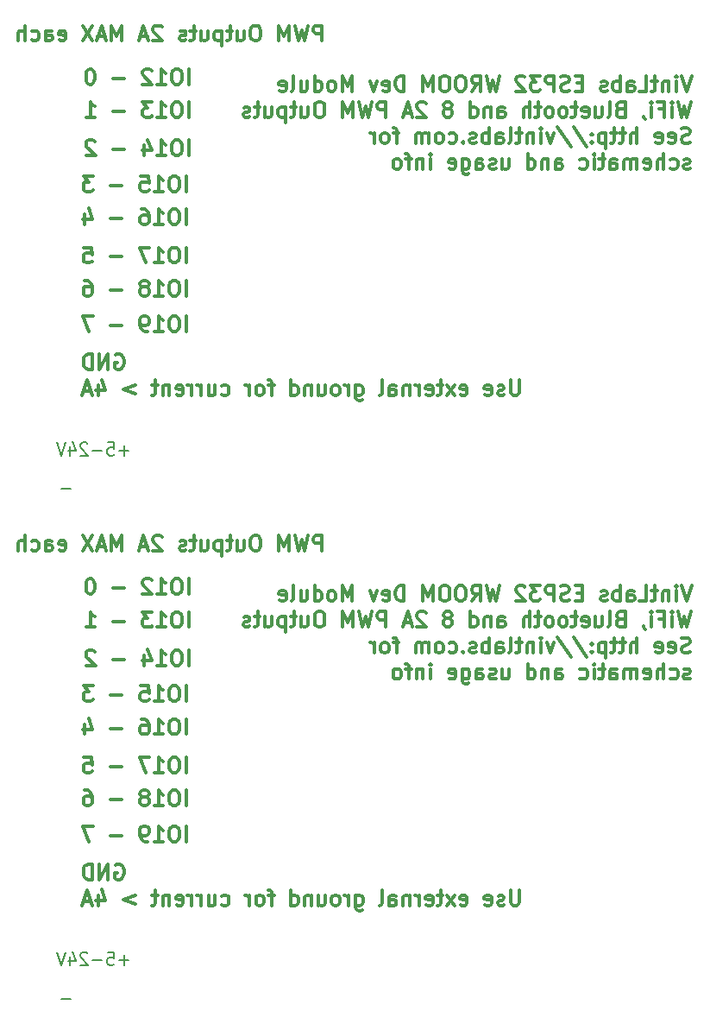
<source format=gbr>
G04 #@! TF.GenerationSoftware,KiCad,Pcbnew,5.0.1*
G04 #@! TF.CreationDate,2019-02-10T14:23:21-05:00*
G04 #@! TF.ProjectId,12V-SmartSwitch_2panel,3132562D536D6172745377697463685F,rev?*
G04 #@! TF.SameCoordinates,Original*
G04 #@! TF.FileFunction,Legend,Bot*
G04 #@! TF.FilePolarity,Positive*
%FSLAX46Y46*%
G04 Gerber Fmt 4.6, Leading zero omitted, Abs format (unit mm)*
G04 Created by KiCad (PCBNEW 5.0.1) date Sun 10 Feb 2019 02:23:21 PM EST*
%MOMM*%
%LPD*%
G01*
G04 APERTURE LIST*
%ADD10C,0.300000*%
%ADD11C,0.200000*%
G04 APERTURE END LIST*
D10*
X187162142Y-37103571D02*
X186662142Y-38603571D01*
X186162142Y-37103571D01*
X185662142Y-38603571D02*
X185662142Y-37603571D01*
X185662142Y-37103571D02*
X185733571Y-37175000D01*
X185662142Y-37246428D01*
X185590714Y-37175000D01*
X185662142Y-37103571D01*
X185662142Y-37246428D01*
X184947857Y-37603571D02*
X184947857Y-38603571D01*
X184947857Y-37746428D02*
X184876428Y-37675000D01*
X184733571Y-37603571D01*
X184519285Y-37603571D01*
X184376428Y-37675000D01*
X184305000Y-37817857D01*
X184305000Y-38603571D01*
X183805000Y-37603571D02*
X183233571Y-37603571D01*
X183590714Y-37103571D02*
X183590714Y-38389285D01*
X183519285Y-38532142D01*
X183376428Y-38603571D01*
X183233571Y-38603571D01*
X182019285Y-38603571D02*
X182733571Y-38603571D01*
X182733571Y-37103571D01*
X180876428Y-38603571D02*
X180876428Y-37817857D01*
X180947857Y-37675000D01*
X181090714Y-37603571D01*
X181376428Y-37603571D01*
X181519285Y-37675000D01*
X180876428Y-38532142D02*
X181019285Y-38603571D01*
X181376428Y-38603571D01*
X181519285Y-38532142D01*
X181590714Y-38389285D01*
X181590714Y-38246428D01*
X181519285Y-38103571D01*
X181376428Y-38032142D01*
X181019285Y-38032142D01*
X180876428Y-37960714D01*
X180162142Y-38603571D02*
X180162142Y-37103571D01*
X180162142Y-37675000D02*
X180019285Y-37603571D01*
X179733571Y-37603571D01*
X179590714Y-37675000D01*
X179519285Y-37746428D01*
X179447857Y-37889285D01*
X179447857Y-38317857D01*
X179519285Y-38460714D01*
X179590714Y-38532142D01*
X179733571Y-38603571D01*
X180019285Y-38603571D01*
X180162142Y-38532142D01*
X178876428Y-38532142D02*
X178733571Y-38603571D01*
X178447857Y-38603571D01*
X178305000Y-38532142D01*
X178233571Y-38389285D01*
X178233571Y-38317857D01*
X178305000Y-38175000D01*
X178447857Y-38103571D01*
X178662142Y-38103571D01*
X178805000Y-38032142D01*
X178876428Y-37889285D01*
X178876428Y-37817857D01*
X178805000Y-37675000D01*
X178662142Y-37603571D01*
X178447857Y-37603571D01*
X178305000Y-37675000D01*
X176447857Y-37817857D02*
X175947857Y-37817857D01*
X175733571Y-38603571D02*
X176447857Y-38603571D01*
X176447857Y-37103571D01*
X175733571Y-37103571D01*
X175162142Y-38532142D02*
X174947857Y-38603571D01*
X174590714Y-38603571D01*
X174447857Y-38532142D01*
X174376428Y-38460714D01*
X174305000Y-38317857D01*
X174305000Y-38175000D01*
X174376428Y-38032142D01*
X174447857Y-37960714D01*
X174590714Y-37889285D01*
X174876428Y-37817857D01*
X175019285Y-37746428D01*
X175090714Y-37675000D01*
X175162142Y-37532142D01*
X175162142Y-37389285D01*
X175090714Y-37246428D01*
X175019285Y-37175000D01*
X174876428Y-37103571D01*
X174519285Y-37103571D01*
X174305000Y-37175000D01*
X173662142Y-38603571D02*
X173662142Y-37103571D01*
X173090714Y-37103571D01*
X172947857Y-37175000D01*
X172876428Y-37246428D01*
X172805000Y-37389285D01*
X172805000Y-37603571D01*
X172876428Y-37746428D01*
X172947857Y-37817857D01*
X173090714Y-37889285D01*
X173662142Y-37889285D01*
X172305000Y-37103571D02*
X171376428Y-37103571D01*
X171876428Y-37675000D01*
X171662142Y-37675000D01*
X171519285Y-37746428D01*
X171447857Y-37817857D01*
X171376428Y-37960714D01*
X171376428Y-38317857D01*
X171447857Y-38460714D01*
X171519285Y-38532142D01*
X171662142Y-38603571D01*
X172090714Y-38603571D01*
X172233571Y-38532142D01*
X172305000Y-38460714D01*
X170805000Y-37246428D02*
X170733571Y-37175000D01*
X170590714Y-37103571D01*
X170233571Y-37103571D01*
X170090714Y-37175000D01*
X170019285Y-37246428D01*
X169947857Y-37389285D01*
X169947857Y-37532142D01*
X170019285Y-37746428D01*
X170876428Y-38603571D01*
X169947857Y-38603571D01*
X168305000Y-37103571D02*
X167947857Y-38603571D01*
X167662142Y-37532142D01*
X167376428Y-38603571D01*
X167019285Y-37103571D01*
X165590714Y-38603571D02*
X166090714Y-37889285D01*
X166447857Y-38603571D02*
X166447857Y-37103571D01*
X165876428Y-37103571D01*
X165733571Y-37175000D01*
X165662142Y-37246428D01*
X165590714Y-37389285D01*
X165590714Y-37603571D01*
X165662142Y-37746428D01*
X165733571Y-37817857D01*
X165876428Y-37889285D01*
X166447857Y-37889285D01*
X164662142Y-37103571D02*
X164376428Y-37103571D01*
X164233571Y-37175000D01*
X164090714Y-37317857D01*
X164019285Y-37603571D01*
X164019285Y-38103571D01*
X164090714Y-38389285D01*
X164233571Y-38532142D01*
X164376428Y-38603571D01*
X164662142Y-38603571D01*
X164805000Y-38532142D01*
X164947857Y-38389285D01*
X165019285Y-38103571D01*
X165019285Y-37603571D01*
X164947857Y-37317857D01*
X164805000Y-37175000D01*
X164662142Y-37103571D01*
X163090714Y-37103571D02*
X162805000Y-37103571D01*
X162662142Y-37175000D01*
X162519285Y-37317857D01*
X162447857Y-37603571D01*
X162447857Y-38103571D01*
X162519285Y-38389285D01*
X162662142Y-38532142D01*
X162805000Y-38603571D01*
X163090714Y-38603571D01*
X163233571Y-38532142D01*
X163376428Y-38389285D01*
X163447857Y-38103571D01*
X163447857Y-37603571D01*
X163376428Y-37317857D01*
X163233571Y-37175000D01*
X163090714Y-37103571D01*
X161805000Y-38603571D02*
X161805000Y-37103571D01*
X161305000Y-38175000D01*
X160805000Y-37103571D01*
X160805000Y-38603571D01*
X158947857Y-38603571D02*
X158947857Y-37103571D01*
X158590714Y-37103571D01*
X158376428Y-37175000D01*
X158233571Y-37317857D01*
X158162142Y-37460714D01*
X158090714Y-37746428D01*
X158090714Y-37960714D01*
X158162142Y-38246428D01*
X158233571Y-38389285D01*
X158376428Y-38532142D01*
X158590714Y-38603571D01*
X158947857Y-38603571D01*
X156876428Y-38532142D02*
X157019285Y-38603571D01*
X157305000Y-38603571D01*
X157447857Y-38532142D01*
X157519285Y-38389285D01*
X157519285Y-37817857D01*
X157447857Y-37675000D01*
X157305000Y-37603571D01*
X157019285Y-37603571D01*
X156876428Y-37675000D01*
X156805000Y-37817857D01*
X156805000Y-37960714D01*
X157519285Y-38103571D01*
X156305000Y-37603571D02*
X155947857Y-38603571D01*
X155590714Y-37603571D01*
X153876428Y-38603571D02*
X153876428Y-37103571D01*
X153376428Y-38175000D01*
X152876428Y-37103571D01*
X152876428Y-38603571D01*
X151947857Y-38603571D02*
X152090714Y-38532142D01*
X152162142Y-38460714D01*
X152233571Y-38317857D01*
X152233571Y-37889285D01*
X152162142Y-37746428D01*
X152090714Y-37675000D01*
X151947857Y-37603571D01*
X151733571Y-37603571D01*
X151590714Y-37675000D01*
X151519285Y-37746428D01*
X151447857Y-37889285D01*
X151447857Y-38317857D01*
X151519285Y-38460714D01*
X151590714Y-38532142D01*
X151733571Y-38603571D01*
X151947857Y-38603571D01*
X150162142Y-38603571D02*
X150162142Y-37103571D01*
X150162142Y-38532142D02*
X150305000Y-38603571D01*
X150590714Y-38603571D01*
X150733571Y-38532142D01*
X150805000Y-38460714D01*
X150876428Y-38317857D01*
X150876428Y-37889285D01*
X150805000Y-37746428D01*
X150733571Y-37675000D01*
X150590714Y-37603571D01*
X150305000Y-37603571D01*
X150162142Y-37675000D01*
X148805000Y-37603571D02*
X148805000Y-38603571D01*
X149447857Y-37603571D02*
X149447857Y-38389285D01*
X149376428Y-38532142D01*
X149233571Y-38603571D01*
X149019285Y-38603571D01*
X148876428Y-38532142D01*
X148805000Y-38460714D01*
X147876428Y-38603571D02*
X148019285Y-38532142D01*
X148090714Y-38389285D01*
X148090714Y-37103571D01*
X146733571Y-38532142D02*
X146876428Y-38603571D01*
X147162142Y-38603571D01*
X147305000Y-38532142D01*
X147376428Y-38389285D01*
X147376428Y-37817857D01*
X147305000Y-37675000D01*
X147162142Y-37603571D01*
X146876428Y-37603571D01*
X146733571Y-37675000D01*
X146662142Y-37817857D01*
X146662142Y-37960714D01*
X147376428Y-38103571D01*
X187090714Y-39653571D02*
X186733571Y-41153571D01*
X186447857Y-40082142D01*
X186162142Y-41153571D01*
X185805000Y-39653571D01*
X185233571Y-41153571D02*
X185233571Y-40153571D01*
X185233571Y-39653571D02*
X185305000Y-39725000D01*
X185233571Y-39796428D01*
X185162142Y-39725000D01*
X185233571Y-39653571D01*
X185233571Y-39796428D01*
X184019285Y-40367857D02*
X184519285Y-40367857D01*
X184519285Y-41153571D02*
X184519285Y-39653571D01*
X183805000Y-39653571D01*
X183233571Y-41153571D02*
X183233571Y-40153571D01*
X183233571Y-39653571D02*
X183305000Y-39725000D01*
X183233571Y-39796428D01*
X183162142Y-39725000D01*
X183233571Y-39653571D01*
X183233571Y-39796428D01*
X182447857Y-41082142D02*
X182447857Y-41153571D01*
X182519285Y-41296428D01*
X182590714Y-41367857D01*
X180162142Y-40367857D02*
X179947857Y-40439285D01*
X179876428Y-40510714D01*
X179805000Y-40653571D01*
X179805000Y-40867857D01*
X179876428Y-41010714D01*
X179947857Y-41082142D01*
X180090714Y-41153571D01*
X180662142Y-41153571D01*
X180662142Y-39653571D01*
X180162142Y-39653571D01*
X180019285Y-39725000D01*
X179947857Y-39796428D01*
X179876428Y-39939285D01*
X179876428Y-40082142D01*
X179947857Y-40225000D01*
X180019285Y-40296428D01*
X180162142Y-40367857D01*
X180662142Y-40367857D01*
X178947857Y-41153571D02*
X179090714Y-41082142D01*
X179162142Y-40939285D01*
X179162142Y-39653571D01*
X177733571Y-40153571D02*
X177733571Y-41153571D01*
X178376428Y-40153571D02*
X178376428Y-40939285D01*
X178305000Y-41082142D01*
X178162142Y-41153571D01*
X177947857Y-41153571D01*
X177805000Y-41082142D01*
X177733571Y-41010714D01*
X176447857Y-41082142D02*
X176590714Y-41153571D01*
X176876428Y-41153571D01*
X177019285Y-41082142D01*
X177090714Y-40939285D01*
X177090714Y-40367857D01*
X177019285Y-40225000D01*
X176876428Y-40153571D01*
X176590714Y-40153571D01*
X176447857Y-40225000D01*
X176376428Y-40367857D01*
X176376428Y-40510714D01*
X177090714Y-40653571D01*
X175947857Y-40153571D02*
X175376428Y-40153571D01*
X175733571Y-39653571D02*
X175733571Y-40939285D01*
X175662142Y-41082142D01*
X175519285Y-41153571D01*
X175376428Y-41153571D01*
X174662142Y-41153571D02*
X174805000Y-41082142D01*
X174876428Y-41010714D01*
X174947857Y-40867857D01*
X174947857Y-40439285D01*
X174876428Y-40296428D01*
X174805000Y-40225000D01*
X174662142Y-40153571D01*
X174447857Y-40153571D01*
X174305000Y-40225000D01*
X174233571Y-40296428D01*
X174162142Y-40439285D01*
X174162142Y-40867857D01*
X174233571Y-41010714D01*
X174305000Y-41082142D01*
X174447857Y-41153571D01*
X174662142Y-41153571D01*
X173305000Y-41153571D02*
X173447857Y-41082142D01*
X173519285Y-41010714D01*
X173590714Y-40867857D01*
X173590714Y-40439285D01*
X173519285Y-40296428D01*
X173447857Y-40225000D01*
X173305000Y-40153571D01*
X173090714Y-40153571D01*
X172947857Y-40225000D01*
X172876428Y-40296428D01*
X172805000Y-40439285D01*
X172805000Y-40867857D01*
X172876428Y-41010714D01*
X172947857Y-41082142D01*
X173090714Y-41153571D01*
X173305000Y-41153571D01*
X172376428Y-40153571D02*
X171805000Y-40153571D01*
X172162142Y-39653571D02*
X172162142Y-40939285D01*
X172090714Y-41082142D01*
X171947857Y-41153571D01*
X171805000Y-41153571D01*
X171305000Y-41153571D02*
X171305000Y-39653571D01*
X170662142Y-41153571D02*
X170662142Y-40367857D01*
X170733571Y-40225000D01*
X170876428Y-40153571D01*
X171090714Y-40153571D01*
X171233571Y-40225000D01*
X171305000Y-40296428D01*
X168162142Y-41153571D02*
X168162142Y-40367857D01*
X168233571Y-40225000D01*
X168376428Y-40153571D01*
X168662142Y-40153571D01*
X168805000Y-40225000D01*
X168162142Y-41082142D02*
X168305000Y-41153571D01*
X168662142Y-41153571D01*
X168805000Y-41082142D01*
X168876428Y-40939285D01*
X168876428Y-40796428D01*
X168805000Y-40653571D01*
X168662142Y-40582142D01*
X168305000Y-40582142D01*
X168162142Y-40510714D01*
X167447857Y-40153571D02*
X167447857Y-41153571D01*
X167447857Y-40296428D02*
X167376428Y-40225000D01*
X167233571Y-40153571D01*
X167019285Y-40153571D01*
X166876428Y-40225000D01*
X166805000Y-40367857D01*
X166805000Y-41153571D01*
X165447857Y-41153571D02*
X165447857Y-39653571D01*
X165447857Y-41082142D02*
X165590714Y-41153571D01*
X165876428Y-41153571D01*
X166019285Y-41082142D01*
X166090714Y-41010714D01*
X166162142Y-40867857D01*
X166162142Y-40439285D01*
X166090714Y-40296428D01*
X166019285Y-40225000D01*
X165876428Y-40153571D01*
X165590714Y-40153571D01*
X165447857Y-40225000D01*
X163376428Y-40296428D02*
X163519285Y-40225000D01*
X163590714Y-40153571D01*
X163662142Y-40010714D01*
X163662142Y-39939285D01*
X163590714Y-39796428D01*
X163519285Y-39725000D01*
X163376428Y-39653571D01*
X163090714Y-39653571D01*
X162947857Y-39725000D01*
X162876428Y-39796428D01*
X162805000Y-39939285D01*
X162805000Y-40010714D01*
X162876428Y-40153571D01*
X162947857Y-40225000D01*
X163090714Y-40296428D01*
X163376428Y-40296428D01*
X163519285Y-40367857D01*
X163590714Y-40439285D01*
X163662142Y-40582142D01*
X163662142Y-40867857D01*
X163590714Y-41010714D01*
X163519285Y-41082142D01*
X163376428Y-41153571D01*
X163090714Y-41153571D01*
X162947857Y-41082142D01*
X162876428Y-41010714D01*
X162805000Y-40867857D01*
X162805000Y-40582142D01*
X162876428Y-40439285D01*
X162947857Y-40367857D01*
X163090714Y-40296428D01*
X161090714Y-39796428D02*
X161019285Y-39725000D01*
X160876428Y-39653571D01*
X160519285Y-39653571D01*
X160376428Y-39725000D01*
X160305000Y-39796428D01*
X160233571Y-39939285D01*
X160233571Y-40082142D01*
X160305000Y-40296428D01*
X161162142Y-41153571D01*
X160233571Y-41153571D01*
X159662142Y-40725000D02*
X158947857Y-40725000D01*
X159805000Y-41153571D02*
X159305000Y-39653571D01*
X158805000Y-41153571D01*
X157162142Y-41153571D02*
X157162142Y-39653571D01*
X156590714Y-39653571D01*
X156447857Y-39725000D01*
X156376428Y-39796428D01*
X156305000Y-39939285D01*
X156305000Y-40153571D01*
X156376428Y-40296428D01*
X156447857Y-40367857D01*
X156590714Y-40439285D01*
X157162142Y-40439285D01*
X155805000Y-39653571D02*
X155447857Y-41153571D01*
X155162142Y-40082142D01*
X154876428Y-41153571D01*
X154519285Y-39653571D01*
X153947857Y-41153571D02*
X153947857Y-39653571D01*
X153447857Y-40725000D01*
X152947857Y-39653571D01*
X152947857Y-41153571D01*
X150805000Y-39653571D02*
X150519285Y-39653571D01*
X150376428Y-39725000D01*
X150233571Y-39867857D01*
X150162142Y-40153571D01*
X150162142Y-40653571D01*
X150233571Y-40939285D01*
X150376428Y-41082142D01*
X150519285Y-41153571D01*
X150805000Y-41153571D01*
X150947857Y-41082142D01*
X151090714Y-40939285D01*
X151162142Y-40653571D01*
X151162142Y-40153571D01*
X151090714Y-39867857D01*
X150947857Y-39725000D01*
X150805000Y-39653571D01*
X148876428Y-40153571D02*
X148876428Y-41153571D01*
X149519285Y-40153571D02*
X149519285Y-40939285D01*
X149447857Y-41082142D01*
X149305000Y-41153571D01*
X149090714Y-41153571D01*
X148947857Y-41082142D01*
X148876428Y-41010714D01*
X148376428Y-40153571D02*
X147805000Y-40153571D01*
X148162142Y-39653571D02*
X148162142Y-40939285D01*
X148090714Y-41082142D01*
X147947857Y-41153571D01*
X147805000Y-41153571D01*
X147305000Y-40153571D02*
X147305000Y-41653571D01*
X147305000Y-40225000D02*
X147162142Y-40153571D01*
X146876428Y-40153571D01*
X146733571Y-40225000D01*
X146662142Y-40296428D01*
X146590714Y-40439285D01*
X146590714Y-40867857D01*
X146662142Y-41010714D01*
X146733571Y-41082142D01*
X146876428Y-41153571D01*
X147162142Y-41153571D01*
X147305000Y-41082142D01*
X145305000Y-40153571D02*
X145305000Y-41153571D01*
X145947857Y-40153571D02*
X145947857Y-40939285D01*
X145876428Y-41082142D01*
X145733571Y-41153571D01*
X145519285Y-41153571D01*
X145376428Y-41082142D01*
X145305000Y-41010714D01*
X144805000Y-40153571D02*
X144233571Y-40153571D01*
X144590714Y-39653571D02*
X144590714Y-40939285D01*
X144519285Y-41082142D01*
X144376428Y-41153571D01*
X144233571Y-41153571D01*
X143805000Y-41082142D02*
X143662142Y-41153571D01*
X143376428Y-41153571D01*
X143233571Y-41082142D01*
X143162142Y-40939285D01*
X143162142Y-40867857D01*
X143233571Y-40725000D01*
X143376428Y-40653571D01*
X143590714Y-40653571D01*
X143733571Y-40582142D01*
X143805000Y-40439285D01*
X143805000Y-40367857D01*
X143733571Y-40225000D01*
X143590714Y-40153571D01*
X143376428Y-40153571D01*
X143233571Y-40225000D01*
X187019285Y-43632142D02*
X186805000Y-43703571D01*
X186447857Y-43703571D01*
X186305000Y-43632142D01*
X186233571Y-43560714D01*
X186162142Y-43417857D01*
X186162142Y-43275000D01*
X186233571Y-43132142D01*
X186305000Y-43060714D01*
X186447857Y-42989285D01*
X186733571Y-42917857D01*
X186876428Y-42846428D01*
X186947857Y-42775000D01*
X187019285Y-42632142D01*
X187019285Y-42489285D01*
X186947857Y-42346428D01*
X186876428Y-42275000D01*
X186733571Y-42203571D01*
X186376428Y-42203571D01*
X186162142Y-42275000D01*
X184947857Y-43632142D02*
X185090714Y-43703571D01*
X185376428Y-43703571D01*
X185519285Y-43632142D01*
X185590714Y-43489285D01*
X185590714Y-42917857D01*
X185519285Y-42775000D01*
X185376428Y-42703571D01*
X185090714Y-42703571D01*
X184947857Y-42775000D01*
X184876428Y-42917857D01*
X184876428Y-43060714D01*
X185590714Y-43203571D01*
X183662142Y-43632142D02*
X183805000Y-43703571D01*
X184090714Y-43703571D01*
X184233571Y-43632142D01*
X184305000Y-43489285D01*
X184305000Y-42917857D01*
X184233571Y-42775000D01*
X184090714Y-42703571D01*
X183805000Y-42703571D01*
X183662142Y-42775000D01*
X183590714Y-42917857D01*
X183590714Y-43060714D01*
X184305000Y-43203571D01*
X181805000Y-43703571D02*
X181805000Y-42203571D01*
X181162142Y-43703571D02*
X181162142Y-42917857D01*
X181233571Y-42775000D01*
X181376428Y-42703571D01*
X181590714Y-42703571D01*
X181733571Y-42775000D01*
X181805000Y-42846428D01*
X180662142Y-42703571D02*
X180090714Y-42703571D01*
X180447857Y-42203571D02*
X180447857Y-43489285D01*
X180376428Y-43632142D01*
X180233571Y-43703571D01*
X180090714Y-43703571D01*
X179805000Y-42703571D02*
X179233571Y-42703571D01*
X179590714Y-42203571D02*
X179590714Y-43489285D01*
X179519285Y-43632142D01*
X179376428Y-43703571D01*
X179233571Y-43703571D01*
X178733571Y-42703571D02*
X178733571Y-44203571D01*
X178733571Y-42775000D02*
X178590714Y-42703571D01*
X178305000Y-42703571D01*
X178162142Y-42775000D01*
X178090714Y-42846428D01*
X178019285Y-42989285D01*
X178019285Y-43417857D01*
X178090714Y-43560714D01*
X178162142Y-43632142D01*
X178305000Y-43703571D01*
X178590714Y-43703571D01*
X178733571Y-43632142D01*
X177376428Y-43560714D02*
X177305000Y-43632142D01*
X177376428Y-43703571D01*
X177447857Y-43632142D01*
X177376428Y-43560714D01*
X177376428Y-43703571D01*
X177376428Y-42775000D02*
X177305000Y-42846428D01*
X177376428Y-42917857D01*
X177447857Y-42846428D01*
X177376428Y-42775000D01*
X177376428Y-42917857D01*
X175590714Y-42132142D02*
X176876428Y-44060714D01*
X174019285Y-42132142D02*
X175305000Y-44060714D01*
X173662142Y-42703571D02*
X173305000Y-43703571D01*
X172947857Y-42703571D01*
X172376428Y-43703571D02*
X172376428Y-42703571D01*
X172376428Y-42203571D02*
X172447857Y-42275000D01*
X172376428Y-42346428D01*
X172305000Y-42275000D01*
X172376428Y-42203571D01*
X172376428Y-42346428D01*
X171662142Y-42703571D02*
X171662142Y-43703571D01*
X171662142Y-42846428D02*
X171590714Y-42775000D01*
X171447857Y-42703571D01*
X171233571Y-42703571D01*
X171090714Y-42775000D01*
X171019285Y-42917857D01*
X171019285Y-43703571D01*
X170519285Y-42703571D02*
X169947857Y-42703571D01*
X170305000Y-42203571D02*
X170305000Y-43489285D01*
X170233571Y-43632142D01*
X170090714Y-43703571D01*
X169947857Y-43703571D01*
X169233571Y-43703571D02*
X169376428Y-43632142D01*
X169447857Y-43489285D01*
X169447857Y-42203571D01*
X168019285Y-43703571D02*
X168019285Y-42917857D01*
X168090714Y-42775000D01*
X168233571Y-42703571D01*
X168519285Y-42703571D01*
X168662142Y-42775000D01*
X168019285Y-43632142D02*
X168162142Y-43703571D01*
X168519285Y-43703571D01*
X168662142Y-43632142D01*
X168733571Y-43489285D01*
X168733571Y-43346428D01*
X168662142Y-43203571D01*
X168519285Y-43132142D01*
X168162142Y-43132142D01*
X168019285Y-43060714D01*
X167305000Y-43703571D02*
X167305000Y-42203571D01*
X167305000Y-42775000D02*
X167162142Y-42703571D01*
X166876428Y-42703571D01*
X166733571Y-42775000D01*
X166662142Y-42846428D01*
X166590714Y-42989285D01*
X166590714Y-43417857D01*
X166662142Y-43560714D01*
X166733571Y-43632142D01*
X166876428Y-43703571D01*
X167162142Y-43703571D01*
X167305000Y-43632142D01*
X166019285Y-43632142D02*
X165876428Y-43703571D01*
X165590714Y-43703571D01*
X165447857Y-43632142D01*
X165376428Y-43489285D01*
X165376428Y-43417857D01*
X165447857Y-43275000D01*
X165590714Y-43203571D01*
X165805000Y-43203571D01*
X165947857Y-43132142D01*
X166019285Y-42989285D01*
X166019285Y-42917857D01*
X165947857Y-42775000D01*
X165805000Y-42703571D01*
X165590714Y-42703571D01*
X165447857Y-42775000D01*
X164733571Y-43560714D02*
X164662142Y-43632142D01*
X164733571Y-43703571D01*
X164805000Y-43632142D01*
X164733571Y-43560714D01*
X164733571Y-43703571D01*
X163376428Y-43632142D02*
X163519285Y-43703571D01*
X163805000Y-43703571D01*
X163947857Y-43632142D01*
X164019285Y-43560714D01*
X164090714Y-43417857D01*
X164090714Y-42989285D01*
X164019285Y-42846428D01*
X163947857Y-42775000D01*
X163805000Y-42703571D01*
X163519285Y-42703571D01*
X163376428Y-42775000D01*
X162519285Y-43703571D02*
X162662142Y-43632142D01*
X162733571Y-43560714D01*
X162805000Y-43417857D01*
X162805000Y-42989285D01*
X162733571Y-42846428D01*
X162662142Y-42775000D01*
X162519285Y-42703571D01*
X162305000Y-42703571D01*
X162162142Y-42775000D01*
X162090714Y-42846428D01*
X162019285Y-42989285D01*
X162019285Y-43417857D01*
X162090714Y-43560714D01*
X162162142Y-43632142D01*
X162305000Y-43703571D01*
X162519285Y-43703571D01*
X161376428Y-43703571D02*
X161376428Y-42703571D01*
X161376428Y-42846428D02*
X161305000Y-42775000D01*
X161162142Y-42703571D01*
X160947857Y-42703571D01*
X160805000Y-42775000D01*
X160733571Y-42917857D01*
X160733571Y-43703571D01*
X160733571Y-42917857D02*
X160662142Y-42775000D01*
X160519285Y-42703571D01*
X160305000Y-42703571D01*
X160162142Y-42775000D01*
X160090714Y-42917857D01*
X160090714Y-43703571D01*
X158447857Y-42703571D02*
X157876428Y-42703571D01*
X158233571Y-43703571D02*
X158233571Y-42417857D01*
X158162142Y-42275000D01*
X158019285Y-42203571D01*
X157876428Y-42203571D01*
X157162142Y-43703571D02*
X157305000Y-43632142D01*
X157376428Y-43560714D01*
X157447857Y-43417857D01*
X157447857Y-42989285D01*
X157376428Y-42846428D01*
X157305000Y-42775000D01*
X157162142Y-42703571D01*
X156947857Y-42703571D01*
X156805000Y-42775000D01*
X156733571Y-42846428D01*
X156662142Y-42989285D01*
X156662142Y-43417857D01*
X156733571Y-43560714D01*
X156805000Y-43632142D01*
X156947857Y-43703571D01*
X157162142Y-43703571D01*
X156019285Y-43703571D02*
X156019285Y-42703571D01*
X156019285Y-42989285D02*
X155947857Y-42846428D01*
X155876428Y-42775000D01*
X155733571Y-42703571D01*
X155590714Y-42703571D01*
X187019285Y-46182142D02*
X186876428Y-46253571D01*
X186590714Y-46253571D01*
X186447857Y-46182142D01*
X186376428Y-46039285D01*
X186376428Y-45967857D01*
X186447857Y-45825000D01*
X186590714Y-45753571D01*
X186805000Y-45753571D01*
X186947857Y-45682142D01*
X187019285Y-45539285D01*
X187019285Y-45467857D01*
X186947857Y-45325000D01*
X186805000Y-45253571D01*
X186590714Y-45253571D01*
X186447857Y-45325000D01*
X185090714Y-46182142D02*
X185233571Y-46253571D01*
X185519285Y-46253571D01*
X185662142Y-46182142D01*
X185733571Y-46110714D01*
X185805000Y-45967857D01*
X185805000Y-45539285D01*
X185733571Y-45396428D01*
X185662142Y-45325000D01*
X185519285Y-45253571D01*
X185233571Y-45253571D01*
X185090714Y-45325000D01*
X184447857Y-46253571D02*
X184447857Y-44753571D01*
X183805000Y-46253571D02*
X183805000Y-45467857D01*
X183876428Y-45325000D01*
X184019285Y-45253571D01*
X184233571Y-45253571D01*
X184376428Y-45325000D01*
X184447857Y-45396428D01*
X182519285Y-46182142D02*
X182662142Y-46253571D01*
X182947857Y-46253571D01*
X183090714Y-46182142D01*
X183162142Y-46039285D01*
X183162142Y-45467857D01*
X183090714Y-45325000D01*
X182947857Y-45253571D01*
X182662142Y-45253571D01*
X182519285Y-45325000D01*
X182447857Y-45467857D01*
X182447857Y-45610714D01*
X183162142Y-45753571D01*
X181805000Y-46253571D02*
X181805000Y-45253571D01*
X181805000Y-45396428D02*
X181733571Y-45325000D01*
X181590714Y-45253571D01*
X181376428Y-45253571D01*
X181233571Y-45325000D01*
X181162142Y-45467857D01*
X181162142Y-46253571D01*
X181162142Y-45467857D02*
X181090714Y-45325000D01*
X180947857Y-45253571D01*
X180733571Y-45253571D01*
X180590714Y-45325000D01*
X180519285Y-45467857D01*
X180519285Y-46253571D01*
X179162142Y-46253571D02*
X179162142Y-45467857D01*
X179233571Y-45325000D01*
X179376428Y-45253571D01*
X179662142Y-45253571D01*
X179805000Y-45325000D01*
X179162142Y-46182142D02*
X179305000Y-46253571D01*
X179662142Y-46253571D01*
X179805000Y-46182142D01*
X179876428Y-46039285D01*
X179876428Y-45896428D01*
X179805000Y-45753571D01*
X179662142Y-45682142D01*
X179305000Y-45682142D01*
X179162142Y-45610714D01*
X178662142Y-45253571D02*
X178090714Y-45253571D01*
X178447857Y-44753571D02*
X178447857Y-46039285D01*
X178376428Y-46182142D01*
X178233571Y-46253571D01*
X178090714Y-46253571D01*
X177590714Y-46253571D02*
X177590714Y-45253571D01*
X177590714Y-44753571D02*
X177662142Y-44825000D01*
X177590714Y-44896428D01*
X177519285Y-44825000D01*
X177590714Y-44753571D01*
X177590714Y-44896428D01*
X176233571Y-46182142D02*
X176376428Y-46253571D01*
X176662142Y-46253571D01*
X176805000Y-46182142D01*
X176876428Y-46110714D01*
X176947857Y-45967857D01*
X176947857Y-45539285D01*
X176876428Y-45396428D01*
X176805000Y-45325000D01*
X176662142Y-45253571D01*
X176376428Y-45253571D01*
X176233571Y-45325000D01*
X173805000Y-46253571D02*
X173805000Y-45467857D01*
X173876428Y-45325000D01*
X174019285Y-45253571D01*
X174305000Y-45253571D01*
X174447857Y-45325000D01*
X173805000Y-46182142D02*
X173947857Y-46253571D01*
X174305000Y-46253571D01*
X174447857Y-46182142D01*
X174519285Y-46039285D01*
X174519285Y-45896428D01*
X174447857Y-45753571D01*
X174305000Y-45682142D01*
X173947857Y-45682142D01*
X173805000Y-45610714D01*
X173090714Y-45253571D02*
X173090714Y-46253571D01*
X173090714Y-45396428D02*
X173019285Y-45325000D01*
X172876428Y-45253571D01*
X172662142Y-45253571D01*
X172519285Y-45325000D01*
X172447857Y-45467857D01*
X172447857Y-46253571D01*
X171090714Y-46253571D02*
X171090714Y-44753571D01*
X171090714Y-46182142D02*
X171233571Y-46253571D01*
X171519285Y-46253571D01*
X171662142Y-46182142D01*
X171733571Y-46110714D01*
X171805000Y-45967857D01*
X171805000Y-45539285D01*
X171733571Y-45396428D01*
X171662142Y-45325000D01*
X171519285Y-45253571D01*
X171233571Y-45253571D01*
X171090714Y-45325000D01*
X168590714Y-45253571D02*
X168590714Y-46253571D01*
X169233571Y-45253571D02*
X169233571Y-46039285D01*
X169162142Y-46182142D01*
X169019285Y-46253571D01*
X168805000Y-46253571D01*
X168662142Y-46182142D01*
X168590714Y-46110714D01*
X167947857Y-46182142D02*
X167805000Y-46253571D01*
X167519285Y-46253571D01*
X167376428Y-46182142D01*
X167305000Y-46039285D01*
X167305000Y-45967857D01*
X167376428Y-45825000D01*
X167519285Y-45753571D01*
X167733571Y-45753571D01*
X167876428Y-45682142D01*
X167947857Y-45539285D01*
X167947857Y-45467857D01*
X167876428Y-45325000D01*
X167733571Y-45253571D01*
X167519285Y-45253571D01*
X167376428Y-45325000D01*
X166019285Y-46253571D02*
X166019285Y-45467857D01*
X166090714Y-45325000D01*
X166233571Y-45253571D01*
X166519285Y-45253571D01*
X166662142Y-45325000D01*
X166019285Y-46182142D02*
X166162142Y-46253571D01*
X166519285Y-46253571D01*
X166662142Y-46182142D01*
X166733571Y-46039285D01*
X166733571Y-45896428D01*
X166662142Y-45753571D01*
X166519285Y-45682142D01*
X166162142Y-45682142D01*
X166019285Y-45610714D01*
X164662142Y-45253571D02*
X164662142Y-46467857D01*
X164733571Y-46610714D01*
X164805000Y-46682142D01*
X164947857Y-46753571D01*
X165162142Y-46753571D01*
X165305000Y-46682142D01*
X164662142Y-46182142D02*
X164805000Y-46253571D01*
X165090714Y-46253571D01*
X165233571Y-46182142D01*
X165305000Y-46110714D01*
X165376428Y-45967857D01*
X165376428Y-45539285D01*
X165305000Y-45396428D01*
X165233571Y-45325000D01*
X165090714Y-45253571D01*
X164805000Y-45253571D01*
X164662142Y-45325000D01*
X163376428Y-46182142D02*
X163519285Y-46253571D01*
X163805000Y-46253571D01*
X163947857Y-46182142D01*
X164019285Y-46039285D01*
X164019285Y-45467857D01*
X163947857Y-45325000D01*
X163805000Y-45253571D01*
X163519285Y-45253571D01*
X163376428Y-45325000D01*
X163305000Y-45467857D01*
X163305000Y-45610714D01*
X164019285Y-45753571D01*
X161519285Y-46253571D02*
X161519285Y-45253571D01*
X161519285Y-44753571D02*
X161590714Y-44825000D01*
X161519285Y-44896428D01*
X161447857Y-44825000D01*
X161519285Y-44753571D01*
X161519285Y-44896428D01*
X160805000Y-45253571D02*
X160805000Y-46253571D01*
X160805000Y-45396428D02*
X160733571Y-45325000D01*
X160590714Y-45253571D01*
X160376428Y-45253571D01*
X160233571Y-45325000D01*
X160162142Y-45467857D01*
X160162142Y-46253571D01*
X159662142Y-45253571D02*
X159090714Y-45253571D01*
X159447857Y-46253571D02*
X159447857Y-44967857D01*
X159376428Y-44825000D01*
X159233571Y-44753571D01*
X159090714Y-44753571D01*
X158376428Y-46253571D02*
X158519285Y-46182142D01*
X158590714Y-46110714D01*
X158662142Y-45967857D01*
X158662142Y-45539285D01*
X158590714Y-45396428D01*
X158519285Y-45325000D01*
X158376428Y-45253571D01*
X158162142Y-45253571D01*
X158019285Y-45325000D01*
X157947857Y-45396428D01*
X157876428Y-45539285D01*
X157876428Y-45967857D01*
X157947857Y-46110714D01*
X158019285Y-46182142D01*
X158162142Y-46253571D01*
X158376428Y-46253571D01*
X130623571Y-64475000D02*
X130766428Y-64403571D01*
X130980714Y-64403571D01*
X131195000Y-64475000D01*
X131337857Y-64617857D01*
X131409285Y-64760714D01*
X131480714Y-65046428D01*
X131480714Y-65260714D01*
X131409285Y-65546428D01*
X131337857Y-65689285D01*
X131195000Y-65832142D01*
X130980714Y-65903571D01*
X130837857Y-65903571D01*
X130623571Y-65832142D01*
X130552142Y-65760714D01*
X130552142Y-65260714D01*
X130837857Y-65260714D01*
X129909285Y-65903571D02*
X129909285Y-64403571D01*
X129052142Y-65903571D01*
X129052142Y-64403571D01*
X128337857Y-65903571D02*
X128337857Y-64403571D01*
X127980714Y-64403571D01*
X127766428Y-64475000D01*
X127623571Y-64617857D01*
X127552142Y-64760714D01*
X127480714Y-65046428D01*
X127480714Y-65260714D01*
X127552142Y-65546428D01*
X127623571Y-65689285D01*
X127766428Y-65832142D01*
X127980714Y-65903571D01*
X128337857Y-65903571D01*
X170266428Y-66953571D02*
X170266428Y-68167857D01*
X170195000Y-68310714D01*
X170123571Y-68382142D01*
X169980714Y-68453571D01*
X169695000Y-68453571D01*
X169552142Y-68382142D01*
X169480714Y-68310714D01*
X169409285Y-68167857D01*
X169409285Y-66953571D01*
X168766428Y-68382142D02*
X168623571Y-68453571D01*
X168337857Y-68453571D01*
X168195000Y-68382142D01*
X168123571Y-68239285D01*
X168123571Y-68167857D01*
X168195000Y-68025000D01*
X168337857Y-67953571D01*
X168552142Y-67953571D01*
X168695000Y-67882142D01*
X168766428Y-67739285D01*
X168766428Y-67667857D01*
X168695000Y-67525000D01*
X168552142Y-67453571D01*
X168337857Y-67453571D01*
X168195000Y-67525000D01*
X166909285Y-68382142D02*
X167052142Y-68453571D01*
X167337857Y-68453571D01*
X167480714Y-68382142D01*
X167552142Y-68239285D01*
X167552142Y-67667857D01*
X167480714Y-67525000D01*
X167337857Y-67453571D01*
X167052142Y-67453571D01*
X166909285Y-67525000D01*
X166837857Y-67667857D01*
X166837857Y-67810714D01*
X167552142Y-67953571D01*
X164480714Y-68382142D02*
X164623571Y-68453571D01*
X164909285Y-68453571D01*
X165052142Y-68382142D01*
X165123571Y-68239285D01*
X165123571Y-67667857D01*
X165052142Y-67525000D01*
X164909285Y-67453571D01*
X164623571Y-67453571D01*
X164480714Y-67525000D01*
X164409285Y-67667857D01*
X164409285Y-67810714D01*
X165123571Y-67953571D01*
X163909285Y-68453571D02*
X163123571Y-67453571D01*
X163909285Y-67453571D02*
X163123571Y-68453571D01*
X162766428Y-67453571D02*
X162195000Y-67453571D01*
X162552142Y-66953571D02*
X162552142Y-68239285D01*
X162480714Y-68382142D01*
X162337857Y-68453571D01*
X162195000Y-68453571D01*
X161123571Y-68382142D02*
X161266428Y-68453571D01*
X161552142Y-68453571D01*
X161695000Y-68382142D01*
X161766428Y-68239285D01*
X161766428Y-67667857D01*
X161695000Y-67525000D01*
X161552142Y-67453571D01*
X161266428Y-67453571D01*
X161123571Y-67525000D01*
X161052142Y-67667857D01*
X161052142Y-67810714D01*
X161766428Y-67953571D01*
X160409285Y-68453571D02*
X160409285Y-67453571D01*
X160409285Y-67739285D02*
X160337857Y-67596428D01*
X160266428Y-67525000D01*
X160123571Y-67453571D01*
X159980714Y-67453571D01*
X159480714Y-67453571D02*
X159480714Y-68453571D01*
X159480714Y-67596428D02*
X159409285Y-67525000D01*
X159266428Y-67453571D01*
X159052142Y-67453571D01*
X158909285Y-67525000D01*
X158837857Y-67667857D01*
X158837857Y-68453571D01*
X157480714Y-68453571D02*
X157480714Y-67667857D01*
X157552142Y-67525000D01*
X157695000Y-67453571D01*
X157980714Y-67453571D01*
X158123571Y-67525000D01*
X157480714Y-68382142D02*
X157623571Y-68453571D01*
X157980714Y-68453571D01*
X158123571Y-68382142D01*
X158195000Y-68239285D01*
X158195000Y-68096428D01*
X158123571Y-67953571D01*
X157980714Y-67882142D01*
X157623571Y-67882142D01*
X157480714Y-67810714D01*
X156552142Y-68453571D02*
X156695000Y-68382142D01*
X156766428Y-68239285D01*
X156766428Y-66953571D01*
X154195000Y-67453571D02*
X154195000Y-68667857D01*
X154266428Y-68810714D01*
X154337857Y-68882142D01*
X154480714Y-68953571D01*
X154695000Y-68953571D01*
X154837857Y-68882142D01*
X154195000Y-68382142D02*
X154337857Y-68453571D01*
X154623571Y-68453571D01*
X154766428Y-68382142D01*
X154837857Y-68310714D01*
X154909285Y-68167857D01*
X154909285Y-67739285D01*
X154837857Y-67596428D01*
X154766428Y-67525000D01*
X154623571Y-67453571D01*
X154337857Y-67453571D01*
X154195000Y-67525000D01*
X153480714Y-68453571D02*
X153480714Y-67453571D01*
X153480714Y-67739285D02*
X153409285Y-67596428D01*
X153337857Y-67525000D01*
X153195000Y-67453571D01*
X153052142Y-67453571D01*
X152337857Y-68453571D02*
X152480714Y-68382142D01*
X152552142Y-68310714D01*
X152623571Y-68167857D01*
X152623571Y-67739285D01*
X152552142Y-67596428D01*
X152480714Y-67525000D01*
X152337857Y-67453571D01*
X152123571Y-67453571D01*
X151980714Y-67525000D01*
X151909285Y-67596428D01*
X151837857Y-67739285D01*
X151837857Y-68167857D01*
X151909285Y-68310714D01*
X151980714Y-68382142D01*
X152123571Y-68453571D01*
X152337857Y-68453571D01*
X150552142Y-67453571D02*
X150552142Y-68453571D01*
X151195000Y-67453571D02*
X151195000Y-68239285D01*
X151123571Y-68382142D01*
X150980714Y-68453571D01*
X150766428Y-68453571D01*
X150623571Y-68382142D01*
X150552142Y-68310714D01*
X149837857Y-67453571D02*
X149837857Y-68453571D01*
X149837857Y-67596428D02*
X149766428Y-67525000D01*
X149623571Y-67453571D01*
X149409285Y-67453571D01*
X149266428Y-67525000D01*
X149195000Y-67667857D01*
X149195000Y-68453571D01*
X147837857Y-68453571D02*
X147837857Y-66953571D01*
X147837857Y-68382142D02*
X147980714Y-68453571D01*
X148266428Y-68453571D01*
X148409285Y-68382142D01*
X148480714Y-68310714D01*
X148552142Y-68167857D01*
X148552142Y-67739285D01*
X148480714Y-67596428D01*
X148409285Y-67525000D01*
X148266428Y-67453571D01*
X147980714Y-67453571D01*
X147837857Y-67525000D01*
X146195000Y-67453571D02*
X145623571Y-67453571D01*
X145980714Y-68453571D02*
X145980714Y-67167857D01*
X145909285Y-67025000D01*
X145766428Y-66953571D01*
X145623571Y-66953571D01*
X144909285Y-68453571D02*
X145052142Y-68382142D01*
X145123571Y-68310714D01*
X145195000Y-68167857D01*
X145195000Y-67739285D01*
X145123571Y-67596428D01*
X145052142Y-67525000D01*
X144909285Y-67453571D01*
X144695000Y-67453571D01*
X144552142Y-67525000D01*
X144480714Y-67596428D01*
X144409285Y-67739285D01*
X144409285Y-68167857D01*
X144480714Y-68310714D01*
X144552142Y-68382142D01*
X144695000Y-68453571D01*
X144909285Y-68453571D01*
X143766428Y-68453571D02*
X143766428Y-67453571D01*
X143766428Y-67739285D02*
X143695000Y-67596428D01*
X143623571Y-67525000D01*
X143480714Y-67453571D01*
X143337857Y-67453571D01*
X141052142Y-68382142D02*
X141195000Y-68453571D01*
X141480714Y-68453571D01*
X141623571Y-68382142D01*
X141695000Y-68310714D01*
X141766428Y-68167857D01*
X141766428Y-67739285D01*
X141695000Y-67596428D01*
X141623571Y-67525000D01*
X141480714Y-67453571D01*
X141195000Y-67453571D01*
X141052142Y-67525000D01*
X139766428Y-67453571D02*
X139766428Y-68453571D01*
X140409285Y-67453571D02*
X140409285Y-68239285D01*
X140337857Y-68382142D01*
X140195000Y-68453571D01*
X139980714Y-68453571D01*
X139837857Y-68382142D01*
X139766428Y-68310714D01*
X139052142Y-68453571D02*
X139052142Y-67453571D01*
X139052142Y-67739285D02*
X138980714Y-67596428D01*
X138909285Y-67525000D01*
X138766428Y-67453571D01*
X138623571Y-67453571D01*
X138123571Y-68453571D02*
X138123571Y-67453571D01*
X138123571Y-67739285D02*
X138052142Y-67596428D01*
X137980714Y-67525000D01*
X137837857Y-67453571D01*
X137695000Y-67453571D01*
X136623571Y-68382142D02*
X136766428Y-68453571D01*
X137052142Y-68453571D01*
X137195000Y-68382142D01*
X137266428Y-68239285D01*
X137266428Y-67667857D01*
X137195000Y-67525000D01*
X137052142Y-67453571D01*
X136766428Y-67453571D01*
X136623571Y-67525000D01*
X136552142Y-67667857D01*
X136552142Y-67810714D01*
X137266428Y-67953571D01*
X135909285Y-67453571D02*
X135909285Y-68453571D01*
X135909285Y-67596428D02*
X135837857Y-67525000D01*
X135695000Y-67453571D01*
X135480714Y-67453571D01*
X135337857Y-67525000D01*
X135266428Y-67667857D01*
X135266428Y-68453571D01*
X134766428Y-67453571D02*
X134195000Y-67453571D01*
X134552142Y-66953571D02*
X134552142Y-68239285D01*
X134480714Y-68382142D01*
X134337857Y-68453571D01*
X134195000Y-68453571D01*
X132552142Y-67453571D02*
X131409285Y-67882142D01*
X132552142Y-68310714D01*
X128909285Y-67453571D02*
X128909285Y-68453571D01*
X129266428Y-66882142D02*
X129623571Y-67953571D01*
X128695000Y-67953571D01*
X128195000Y-68025000D02*
X127480714Y-68025000D01*
X128337857Y-68453571D02*
X127837857Y-66953571D01*
X127337857Y-68453571D01*
X137552142Y-62178571D02*
X137552142Y-60678571D01*
X136552142Y-60678571D02*
X136266428Y-60678571D01*
X136123571Y-60750000D01*
X135980714Y-60892857D01*
X135909285Y-61178571D01*
X135909285Y-61678571D01*
X135980714Y-61964285D01*
X136123571Y-62107142D01*
X136266428Y-62178571D01*
X136552142Y-62178571D01*
X136695000Y-62107142D01*
X136837857Y-61964285D01*
X136909285Y-61678571D01*
X136909285Y-61178571D01*
X136837857Y-60892857D01*
X136695000Y-60750000D01*
X136552142Y-60678571D01*
X134480714Y-62178571D02*
X135337857Y-62178571D01*
X134909285Y-62178571D02*
X134909285Y-60678571D01*
X135052142Y-60892857D01*
X135195000Y-61035714D01*
X135337857Y-61107142D01*
X133766428Y-62178571D02*
X133480714Y-62178571D01*
X133337857Y-62107142D01*
X133266428Y-62035714D01*
X133123571Y-61821428D01*
X133052142Y-61535714D01*
X133052142Y-60964285D01*
X133123571Y-60821428D01*
X133195000Y-60750000D01*
X133337857Y-60678571D01*
X133623571Y-60678571D01*
X133766428Y-60750000D01*
X133837857Y-60821428D01*
X133909285Y-60964285D01*
X133909285Y-61321428D01*
X133837857Y-61464285D01*
X133766428Y-61535714D01*
X133623571Y-61607142D01*
X133337857Y-61607142D01*
X133195000Y-61535714D01*
X133123571Y-61464285D01*
X133052142Y-61321428D01*
X131266428Y-61607142D02*
X130123571Y-61607142D01*
X128409285Y-60678571D02*
X127409285Y-60678571D01*
X128052142Y-62178571D01*
X137552142Y-58678571D02*
X137552142Y-57178571D01*
X136552142Y-57178571D02*
X136266428Y-57178571D01*
X136123571Y-57250000D01*
X135980714Y-57392857D01*
X135909285Y-57678571D01*
X135909285Y-58178571D01*
X135980714Y-58464285D01*
X136123571Y-58607142D01*
X136266428Y-58678571D01*
X136552142Y-58678571D01*
X136695000Y-58607142D01*
X136837857Y-58464285D01*
X136909285Y-58178571D01*
X136909285Y-57678571D01*
X136837857Y-57392857D01*
X136695000Y-57250000D01*
X136552142Y-57178571D01*
X134480714Y-58678571D02*
X135337857Y-58678571D01*
X134909285Y-58678571D02*
X134909285Y-57178571D01*
X135052142Y-57392857D01*
X135195000Y-57535714D01*
X135337857Y-57607142D01*
X133623571Y-57821428D02*
X133766428Y-57750000D01*
X133837857Y-57678571D01*
X133909285Y-57535714D01*
X133909285Y-57464285D01*
X133837857Y-57321428D01*
X133766428Y-57250000D01*
X133623571Y-57178571D01*
X133337857Y-57178571D01*
X133195000Y-57250000D01*
X133123571Y-57321428D01*
X133052142Y-57464285D01*
X133052142Y-57535714D01*
X133123571Y-57678571D01*
X133195000Y-57750000D01*
X133337857Y-57821428D01*
X133623571Y-57821428D01*
X133766428Y-57892857D01*
X133837857Y-57964285D01*
X133909285Y-58107142D01*
X133909285Y-58392857D01*
X133837857Y-58535714D01*
X133766428Y-58607142D01*
X133623571Y-58678571D01*
X133337857Y-58678571D01*
X133195000Y-58607142D01*
X133123571Y-58535714D01*
X133052142Y-58392857D01*
X133052142Y-58107142D01*
X133123571Y-57964285D01*
X133195000Y-57892857D01*
X133337857Y-57821428D01*
X131266428Y-58107142D02*
X130123571Y-58107142D01*
X127623571Y-57178571D02*
X127909285Y-57178571D01*
X128052142Y-57250000D01*
X128123571Y-57321428D01*
X128266428Y-57535714D01*
X128337857Y-57821428D01*
X128337857Y-58392857D01*
X128266428Y-58535714D01*
X128195000Y-58607142D01*
X128052142Y-58678571D01*
X127766428Y-58678571D01*
X127623571Y-58607142D01*
X127552142Y-58535714D01*
X127480714Y-58392857D01*
X127480714Y-58035714D01*
X127552142Y-57892857D01*
X127623571Y-57821428D01*
X127766428Y-57750000D01*
X128052142Y-57750000D01*
X128195000Y-57821428D01*
X128266428Y-57892857D01*
X128337857Y-58035714D01*
X137552142Y-55428571D02*
X137552142Y-53928571D01*
X136552142Y-53928571D02*
X136266428Y-53928571D01*
X136123571Y-54000000D01*
X135980714Y-54142857D01*
X135909285Y-54428571D01*
X135909285Y-54928571D01*
X135980714Y-55214285D01*
X136123571Y-55357142D01*
X136266428Y-55428571D01*
X136552142Y-55428571D01*
X136695000Y-55357142D01*
X136837857Y-55214285D01*
X136909285Y-54928571D01*
X136909285Y-54428571D01*
X136837857Y-54142857D01*
X136695000Y-54000000D01*
X136552142Y-53928571D01*
X134480714Y-55428571D02*
X135337857Y-55428571D01*
X134909285Y-55428571D02*
X134909285Y-53928571D01*
X135052142Y-54142857D01*
X135195000Y-54285714D01*
X135337857Y-54357142D01*
X133980714Y-53928571D02*
X132980714Y-53928571D01*
X133623571Y-55428571D01*
X131266428Y-54857142D02*
X130123571Y-54857142D01*
X127552142Y-53928571D02*
X128266428Y-53928571D01*
X128337857Y-54642857D01*
X128266428Y-54571428D01*
X128123571Y-54500000D01*
X127766428Y-54500000D01*
X127623571Y-54571428D01*
X127552142Y-54642857D01*
X127480714Y-54785714D01*
X127480714Y-55142857D01*
X127552142Y-55285714D01*
X127623571Y-55357142D01*
X127766428Y-55428571D01*
X128123571Y-55428571D01*
X128266428Y-55357142D01*
X128337857Y-55285714D01*
X137552142Y-51678571D02*
X137552142Y-50178571D01*
X136552142Y-50178571D02*
X136266428Y-50178571D01*
X136123571Y-50250000D01*
X135980714Y-50392857D01*
X135909285Y-50678571D01*
X135909285Y-51178571D01*
X135980714Y-51464285D01*
X136123571Y-51607142D01*
X136266428Y-51678571D01*
X136552142Y-51678571D01*
X136695000Y-51607142D01*
X136837857Y-51464285D01*
X136909285Y-51178571D01*
X136909285Y-50678571D01*
X136837857Y-50392857D01*
X136695000Y-50250000D01*
X136552142Y-50178571D01*
X134480714Y-51678571D02*
X135337857Y-51678571D01*
X134909285Y-51678571D02*
X134909285Y-50178571D01*
X135052142Y-50392857D01*
X135195000Y-50535714D01*
X135337857Y-50607142D01*
X133195000Y-50178571D02*
X133480714Y-50178571D01*
X133623571Y-50250000D01*
X133695000Y-50321428D01*
X133837857Y-50535714D01*
X133909285Y-50821428D01*
X133909285Y-51392857D01*
X133837857Y-51535714D01*
X133766428Y-51607142D01*
X133623571Y-51678571D01*
X133337857Y-51678571D01*
X133195000Y-51607142D01*
X133123571Y-51535714D01*
X133052142Y-51392857D01*
X133052142Y-51035714D01*
X133123571Y-50892857D01*
X133195000Y-50821428D01*
X133337857Y-50750000D01*
X133623571Y-50750000D01*
X133766428Y-50821428D01*
X133837857Y-50892857D01*
X133909285Y-51035714D01*
X131266428Y-51107142D02*
X130123571Y-51107142D01*
X127623571Y-50678571D02*
X127623571Y-51678571D01*
X127980714Y-50107142D02*
X128337857Y-51178571D01*
X127409285Y-51178571D01*
X137552142Y-48428571D02*
X137552142Y-46928571D01*
X136552142Y-46928571D02*
X136266428Y-46928571D01*
X136123571Y-47000000D01*
X135980714Y-47142857D01*
X135909285Y-47428571D01*
X135909285Y-47928571D01*
X135980714Y-48214285D01*
X136123571Y-48357142D01*
X136266428Y-48428571D01*
X136552142Y-48428571D01*
X136695000Y-48357142D01*
X136837857Y-48214285D01*
X136909285Y-47928571D01*
X136909285Y-47428571D01*
X136837857Y-47142857D01*
X136695000Y-47000000D01*
X136552142Y-46928571D01*
X134480714Y-48428571D02*
X135337857Y-48428571D01*
X134909285Y-48428571D02*
X134909285Y-46928571D01*
X135052142Y-47142857D01*
X135195000Y-47285714D01*
X135337857Y-47357142D01*
X133123571Y-46928571D02*
X133837857Y-46928571D01*
X133909285Y-47642857D01*
X133837857Y-47571428D01*
X133695000Y-47500000D01*
X133337857Y-47500000D01*
X133195000Y-47571428D01*
X133123571Y-47642857D01*
X133052142Y-47785714D01*
X133052142Y-48142857D01*
X133123571Y-48285714D01*
X133195000Y-48357142D01*
X133337857Y-48428571D01*
X133695000Y-48428571D01*
X133837857Y-48357142D01*
X133909285Y-48285714D01*
X131266428Y-47857142D02*
X130123571Y-47857142D01*
X128409285Y-46928571D02*
X127480714Y-46928571D01*
X127980714Y-47500000D01*
X127766428Y-47500000D01*
X127623571Y-47571428D01*
X127552142Y-47642857D01*
X127480714Y-47785714D01*
X127480714Y-48142857D01*
X127552142Y-48285714D01*
X127623571Y-48357142D01*
X127766428Y-48428571D01*
X128195000Y-48428571D01*
X128337857Y-48357142D01*
X128409285Y-48285714D01*
X137802142Y-44928571D02*
X137802142Y-43428571D01*
X136802142Y-43428571D02*
X136516428Y-43428571D01*
X136373571Y-43500000D01*
X136230714Y-43642857D01*
X136159285Y-43928571D01*
X136159285Y-44428571D01*
X136230714Y-44714285D01*
X136373571Y-44857142D01*
X136516428Y-44928571D01*
X136802142Y-44928571D01*
X136945000Y-44857142D01*
X137087857Y-44714285D01*
X137159285Y-44428571D01*
X137159285Y-43928571D01*
X137087857Y-43642857D01*
X136945000Y-43500000D01*
X136802142Y-43428571D01*
X134730714Y-44928571D02*
X135587857Y-44928571D01*
X135159285Y-44928571D02*
X135159285Y-43428571D01*
X135302142Y-43642857D01*
X135445000Y-43785714D01*
X135587857Y-43857142D01*
X133445000Y-43928571D02*
X133445000Y-44928571D01*
X133802142Y-43357142D02*
X134159285Y-44428571D01*
X133230714Y-44428571D01*
X131516428Y-44357142D02*
X130373571Y-44357142D01*
X128587857Y-43571428D02*
X128516428Y-43500000D01*
X128373571Y-43428571D01*
X128016428Y-43428571D01*
X127873571Y-43500000D01*
X127802142Y-43571428D01*
X127730714Y-43714285D01*
X127730714Y-43857142D01*
X127802142Y-44071428D01*
X128659285Y-44928571D01*
X127730714Y-44928571D01*
X137802142Y-41178571D02*
X137802142Y-39678571D01*
X136802142Y-39678571D02*
X136516428Y-39678571D01*
X136373571Y-39750000D01*
X136230714Y-39892857D01*
X136159285Y-40178571D01*
X136159285Y-40678571D01*
X136230714Y-40964285D01*
X136373571Y-41107142D01*
X136516428Y-41178571D01*
X136802142Y-41178571D01*
X136945000Y-41107142D01*
X137087857Y-40964285D01*
X137159285Y-40678571D01*
X137159285Y-40178571D01*
X137087857Y-39892857D01*
X136945000Y-39750000D01*
X136802142Y-39678571D01*
X134730714Y-41178571D02*
X135587857Y-41178571D01*
X135159285Y-41178571D02*
X135159285Y-39678571D01*
X135302142Y-39892857D01*
X135445000Y-40035714D01*
X135587857Y-40107142D01*
X134230714Y-39678571D02*
X133302142Y-39678571D01*
X133802142Y-40250000D01*
X133587857Y-40250000D01*
X133445000Y-40321428D01*
X133373571Y-40392857D01*
X133302142Y-40535714D01*
X133302142Y-40892857D01*
X133373571Y-41035714D01*
X133445000Y-41107142D01*
X133587857Y-41178571D01*
X134016428Y-41178571D01*
X134159285Y-41107142D01*
X134230714Y-41035714D01*
X131516428Y-40607142D02*
X130373571Y-40607142D01*
X127730714Y-41178571D02*
X128587857Y-41178571D01*
X128159285Y-41178571D02*
X128159285Y-39678571D01*
X128302142Y-39892857D01*
X128445000Y-40035714D01*
X128587857Y-40107142D01*
X137802142Y-37928571D02*
X137802142Y-36428571D01*
X136802142Y-36428571D02*
X136516428Y-36428571D01*
X136373571Y-36500000D01*
X136230714Y-36642857D01*
X136159285Y-36928571D01*
X136159285Y-37428571D01*
X136230714Y-37714285D01*
X136373571Y-37857142D01*
X136516428Y-37928571D01*
X136802142Y-37928571D01*
X136945000Y-37857142D01*
X137087857Y-37714285D01*
X137159285Y-37428571D01*
X137159285Y-36928571D01*
X137087857Y-36642857D01*
X136945000Y-36500000D01*
X136802142Y-36428571D01*
X134730714Y-37928571D02*
X135587857Y-37928571D01*
X135159285Y-37928571D02*
X135159285Y-36428571D01*
X135302142Y-36642857D01*
X135445000Y-36785714D01*
X135587857Y-36857142D01*
X134159285Y-36571428D02*
X134087857Y-36500000D01*
X133945000Y-36428571D01*
X133587857Y-36428571D01*
X133445000Y-36500000D01*
X133373571Y-36571428D01*
X133302142Y-36714285D01*
X133302142Y-36857142D01*
X133373571Y-37071428D01*
X134230714Y-37928571D01*
X133302142Y-37928571D01*
X131516428Y-37357142D02*
X130373571Y-37357142D01*
X128230714Y-36428571D02*
X128087857Y-36428571D01*
X127945000Y-36500000D01*
X127873571Y-36571428D01*
X127802142Y-36714285D01*
X127730714Y-37000000D01*
X127730714Y-37357142D01*
X127802142Y-37642857D01*
X127873571Y-37785714D01*
X127945000Y-37857142D01*
X128087857Y-37928571D01*
X128230714Y-37928571D01*
X128373571Y-37857142D01*
X128445000Y-37785714D01*
X128516428Y-37642857D01*
X128587857Y-37357142D01*
X128587857Y-37000000D01*
X128516428Y-36714285D01*
X128445000Y-36571428D01*
X128373571Y-36500000D01*
X128230714Y-36428571D01*
X150892857Y-33678571D02*
X150892857Y-32178571D01*
X150321428Y-32178571D01*
X150178571Y-32250000D01*
X150107142Y-32321428D01*
X150035714Y-32464285D01*
X150035714Y-32678571D01*
X150107142Y-32821428D01*
X150178571Y-32892857D01*
X150321428Y-32964285D01*
X150892857Y-32964285D01*
X149535714Y-32178571D02*
X149178571Y-33678571D01*
X148892857Y-32607142D01*
X148607142Y-33678571D01*
X148250000Y-32178571D01*
X147678571Y-33678571D02*
X147678571Y-32178571D01*
X147178571Y-33250000D01*
X146678571Y-32178571D01*
X146678571Y-33678571D01*
X144535714Y-32178571D02*
X144250000Y-32178571D01*
X144107142Y-32250000D01*
X143964285Y-32392857D01*
X143892857Y-32678571D01*
X143892857Y-33178571D01*
X143964285Y-33464285D01*
X144107142Y-33607142D01*
X144250000Y-33678571D01*
X144535714Y-33678571D01*
X144678571Y-33607142D01*
X144821428Y-33464285D01*
X144892857Y-33178571D01*
X144892857Y-32678571D01*
X144821428Y-32392857D01*
X144678571Y-32250000D01*
X144535714Y-32178571D01*
X142607142Y-32678571D02*
X142607142Y-33678571D01*
X143250000Y-32678571D02*
X143250000Y-33464285D01*
X143178571Y-33607142D01*
X143035714Y-33678571D01*
X142821428Y-33678571D01*
X142678571Y-33607142D01*
X142607142Y-33535714D01*
X142107142Y-32678571D02*
X141535714Y-32678571D01*
X141892857Y-32178571D02*
X141892857Y-33464285D01*
X141821428Y-33607142D01*
X141678571Y-33678571D01*
X141535714Y-33678571D01*
X141035714Y-32678571D02*
X141035714Y-34178571D01*
X141035714Y-32750000D02*
X140892857Y-32678571D01*
X140607142Y-32678571D01*
X140464285Y-32750000D01*
X140392857Y-32821428D01*
X140321428Y-32964285D01*
X140321428Y-33392857D01*
X140392857Y-33535714D01*
X140464285Y-33607142D01*
X140607142Y-33678571D01*
X140892857Y-33678571D01*
X141035714Y-33607142D01*
X139035714Y-32678571D02*
X139035714Y-33678571D01*
X139678571Y-32678571D02*
X139678571Y-33464285D01*
X139607142Y-33607142D01*
X139464285Y-33678571D01*
X139250000Y-33678571D01*
X139107142Y-33607142D01*
X139035714Y-33535714D01*
X138535714Y-32678571D02*
X137964285Y-32678571D01*
X138321428Y-32178571D02*
X138321428Y-33464285D01*
X138250000Y-33607142D01*
X138107142Y-33678571D01*
X137964285Y-33678571D01*
X137535714Y-33607142D02*
X137392857Y-33678571D01*
X137107142Y-33678571D01*
X136964285Y-33607142D01*
X136892857Y-33464285D01*
X136892857Y-33392857D01*
X136964285Y-33250000D01*
X137107142Y-33178571D01*
X137321428Y-33178571D01*
X137464285Y-33107142D01*
X137535714Y-32964285D01*
X137535714Y-32892857D01*
X137464285Y-32750000D01*
X137321428Y-32678571D01*
X137107142Y-32678571D01*
X136964285Y-32750000D01*
X135178571Y-32321428D02*
X135107142Y-32250000D01*
X134964285Y-32178571D01*
X134607142Y-32178571D01*
X134464285Y-32250000D01*
X134392857Y-32321428D01*
X134321428Y-32464285D01*
X134321428Y-32607142D01*
X134392857Y-32821428D01*
X135250000Y-33678571D01*
X134321428Y-33678571D01*
X133750000Y-33250000D02*
X133035714Y-33250000D01*
X133892857Y-33678571D02*
X133392857Y-32178571D01*
X132892857Y-33678571D01*
X131250000Y-33678571D02*
X131250000Y-32178571D01*
X130750000Y-33250000D01*
X130250000Y-32178571D01*
X130250000Y-33678571D01*
X129607142Y-33250000D02*
X128892857Y-33250000D01*
X129750000Y-33678571D02*
X129250000Y-32178571D01*
X128750000Y-33678571D01*
X128392857Y-32178571D02*
X127392857Y-33678571D01*
X127392857Y-32178571D02*
X128392857Y-33678571D01*
X125107142Y-33607142D02*
X125250000Y-33678571D01*
X125535714Y-33678571D01*
X125678571Y-33607142D01*
X125750000Y-33464285D01*
X125750000Y-32892857D01*
X125678571Y-32750000D01*
X125535714Y-32678571D01*
X125250000Y-32678571D01*
X125107142Y-32750000D01*
X125035714Y-32892857D01*
X125035714Y-33035714D01*
X125750000Y-33178571D01*
X123750000Y-33678571D02*
X123750000Y-32892857D01*
X123821428Y-32750000D01*
X123964285Y-32678571D01*
X124250000Y-32678571D01*
X124392857Y-32750000D01*
X123750000Y-33607142D02*
X123892857Y-33678571D01*
X124250000Y-33678571D01*
X124392857Y-33607142D01*
X124464285Y-33464285D01*
X124464285Y-33321428D01*
X124392857Y-33178571D01*
X124250000Y-33107142D01*
X123892857Y-33107142D01*
X123750000Y-33035714D01*
X122392857Y-33607142D02*
X122535714Y-33678571D01*
X122821428Y-33678571D01*
X122964285Y-33607142D01*
X123035714Y-33535714D01*
X123107142Y-33392857D01*
X123107142Y-32964285D01*
X123035714Y-32821428D01*
X122964285Y-32750000D01*
X122821428Y-32678571D01*
X122535714Y-32678571D01*
X122392857Y-32750000D01*
X121750000Y-33678571D02*
X121750000Y-32178571D01*
X121107142Y-33678571D02*
X121107142Y-32892857D01*
X121178571Y-32750000D01*
X121321428Y-32678571D01*
X121535714Y-32678571D01*
X121678571Y-32750000D01*
X121750000Y-32821428D01*
D11*
X125292857Y-77592857D02*
X126207142Y-77592857D01*
X131928571Y-73842857D02*
X131014285Y-73842857D01*
X131471428Y-74338095D02*
X131471428Y-73347619D01*
X129871428Y-73038095D02*
X130442857Y-73038095D01*
X130500000Y-73657142D01*
X130442857Y-73595238D01*
X130328571Y-73533333D01*
X130042857Y-73533333D01*
X129928571Y-73595238D01*
X129871428Y-73657142D01*
X129814285Y-73780952D01*
X129814285Y-74090476D01*
X129871428Y-74214285D01*
X129928571Y-74276190D01*
X130042857Y-74338095D01*
X130328571Y-74338095D01*
X130442857Y-74276190D01*
X130500000Y-74214285D01*
X129300000Y-73842857D02*
X128385714Y-73842857D01*
X127871428Y-73161904D02*
X127814285Y-73100000D01*
X127700000Y-73038095D01*
X127414285Y-73038095D01*
X127300000Y-73100000D01*
X127242857Y-73161904D01*
X127185714Y-73285714D01*
X127185714Y-73409523D01*
X127242857Y-73595238D01*
X127928571Y-74338095D01*
X127185714Y-74338095D01*
X126157142Y-73471428D02*
X126157142Y-74338095D01*
X126442857Y-72976190D02*
X126728571Y-73904761D01*
X125985714Y-73904761D01*
X125700000Y-73038095D02*
X125300000Y-74338095D01*
X124900000Y-73038095D01*
D10*
X187162142Y-87103571D02*
X186662142Y-88603571D01*
X186162142Y-87103571D01*
X185662142Y-88603571D02*
X185662142Y-87603571D01*
X185662142Y-87103571D02*
X185733571Y-87175000D01*
X185662142Y-87246428D01*
X185590714Y-87175000D01*
X185662142Y-87103571D01*
X185662142Y-87246428D01*
X184947857Y-87603571D02*
X184947857Y-88603571D01*
X184947857Y-87746428D02*
X184876428Y-87675000D01*
X184733571Y-87603571D01*
X184519285Y-87603571D01*
X184376428Y-87675000D01*
X184305000Y-87817857D01*
X184305000Y-88603571D01*
X183805000Y-87603571D02*
X183233571Y-87603571D01*
X183590714Y-87103571D02*
X183590714Y-88389285D01*
X183519285Y-88532142D01*
X183376428Y-88603571D01*
X183233571Y-88603571D01*
X182019285Y-88603571D02*
X182733571Y-88603571D01*
X182733571Y-87103571D01*
X180876428Y-88603571D02*
X180876428Y-87817857D01*
X180947857Y-87675000D01*
X181090714Y-87603571D01*
X181376428Y-87603571D01*
X181519285Y-87675000D01*
X180876428Y-88532142D02*
X181019285Y-88603571D01*
X181376428Y-88603571D01*
X181519285Y-88532142D01*
X181590714Y-88389285D01*
X181590714Y-88246428D01*
X181519285Y-88103571D01*
X181376428Y-88032142D01*
X181019285Y-88032142D01*
X180876428Y-87960714D01*
X180162142Y-88603571D02*
X180162142Y-87103571D01*
X180162142Y-87675000D02*
X180019285Y-87603571D01*
X179733571Y-87603571D01*
X179590714Y-87675000D01*
X179519285Y-87746428D01*
X179447857Y-87889285D01*
X179447857Y-88317857D01*
X179519285Y-88460714D01*
X179590714Y-88532142D01*
X179733571Y-88603571D01*
X180019285Y-88603571D01*
X180162142Y-88532142D01*
X178876428Y-88532142D02*
X178733571Y-88603571D01*
X178447857Y-88603571D01*
X178305000Y-88532142D01*
X178233571Y-88389285D01*
X178233571Y-88317857D01*
X178305000Y-88175000D01*
X178447857Y-88103571D01*
X178662142Y-88103571D01*
X178805000Y-88032142D01*
X178876428Y-87889285D01*
X178876428Y-87817857D01*
X178805000Y-87675000D01*
X178662142Y-87603571D01*
X178447857Y-87603571D01*
X178305000Y-87675000D01*
X176447857Y-87817857D02*
X175947857Y-87817857D01*
X175733571Y-88603571D02*
X176447857Y-88603571D01*
X176447857Y-87103571D01*
X175733571Y-87103571D01*
X175162142Y-88532142D02*
X174947857Y-88603571D01*
X174590714Y-88603571D01*
X174447857Y-88532142D01*
X174376428Y-88460714D01*
X174305000Y-88317857D01*
X174305000Y-88175000D01*
X174376428Y-88032142D01*
X174447857Y-87960714D01*
X174590714Y-87889285D01*
X174876428Y-87817857D01*
X175019285Y-87746428D01*
X175090714Y-87675000D01*
X175162142Y-87532142D01*
X175162142Y-87389285D01*
X175090714Y-87246428D01*
X175019285Y-87175000D01*
X174876428Y-87103571D01*
X174519285Y-87103571D01*
X174305000Y-87175000D01*
X173662142Y-88603571D02*
X173662142Y-87103571D01*
X173090714Y-87103571D01*
X172947857Y-87175000D01*
X172876428Y-87246428D01*
X172805000Y-87389285D01*
X172805000Y-87603571D01*
X172876428Y-87746428D01*
X172947857Y-87817857D01*
X173090714Y-87889285D01*
X173662142Y-87889285D01*
X172305000Y-87103571D02*
X171376428Y-87103571D01*
X171876428Y-87675000D01*
X171662142Y-87675000D01*
X171519285Y-87746428D01*
X171447857Y-87817857D01*
X171376428Y-87960714D01*
X171376428Y-88317857D01*
X171447857Y-88460714D01*
X171519285Y-88532142D01*
X171662142Y-88603571D01*
X172090714Y-88603571D01*
X172233571Y-88532142D01*
X172305000Y-88460714D01*
X170805000Y-87246428D02*
X170733571Y-87175000D01*
X170590714Y-87103571D01*
X170233571Y-87103571D01*
X170090714Y-87175000D01*
X170019285Y-87246428D01*
X169947857Y-87389285D01*
X169947857Y-87532142D01*
X170019285Y-87746428D01*
X170876428Y-88603571D01*
X169947857Y-88603571D01*
X168305000Y-87103571D02*
X167947857Y-88603571D01*
X167662142Y-87532142D01*
X167376428Y-88603571D01*
X167019285Y-87103571D01*
X165590714Y-88603571D02*
X166090714Y-87889285D01*
X166447857Y-88603571D02*
X166447857Y-87103571D01*
X165876428Y-87103571D01*
X165733571Y-87175000D01*
X165662142Y-87246428D01*
X165590714Y-87389285D01*
X165590714Y-87603571D01*
X165662142Y-87746428D01*
X165733571Y-87817857D01*
X165876428Y-87889285D01*
X166447857Y-87889285D01*
X164662142Y-87103571D02*
X164376428Y-87103571D01*
X164233571Y-87175000D01*
X164090714Y-87317857D01*
X164019285Y-87603571D01*
X164019285Y-88103571D01*
X164090714Y-88389285D01*
X164233571Y-88532142D01*
X164376428Y-88603571D01*
X164662142Y-88603571D01*
X164805000Y-88532142D01*
X164947857Y-88389285D01*
X165019285Y-88103571D01*
X165019285Y-87603571D01*
X164947857Y-87317857D01*
X164805000Y-87175000D01*
X164662142Y-87103571D01*
X163090714Y-87103571D02*
X162805000Y-87103571D01*
X162662142Y-87175000D01*
X162519285Y-87317857D01*
X162447857Y-87603571D01*
X162447857Y-88103571D01*
X162519285Y-88389285D01*
X162662142Y-88532142D01*
X162805000Y-88603571D01*
X163090714Y-88603571D01*
X163233571Y-88532142D01*
X163376428Y-88389285D01*
X163447857Y-88103571D01*
X163447857Y-87603571D01*
X163376428Y-87317857D01*
X163233571Y-87175000D01*
X163090714Y-87103571D01*
X161805000Y-88603571D02*
X161805000Y-87103571D01*
X161305000Y-88175000D01*
X160805000Y-87103571D01*
X160805000Y-88603571D01*
X158947857Y-88603571D02*
X158947857Y-87103571D01*
X158590714Y-87103571D01*
X158376428Y-87175000D01*
X158233571Y-87317857D01*
X158162142Y-87460714D01*
X158090714Y-87746428D01*
X158090714Y-87960714D01*
X158162142Y-88246428D01*
X158233571Y-88389285D01*
X158376428Y-88532142D01*
X158590714Y-88603571D01*
X158947857Y-88603571D01*
X156876428Y-88532142D02*
X157019285Y-88603571D01*
X157305000Y-88603571D01*
X157447857Y-88532142D01*
X157519285Y-88389285D01*
X157519285Y-87817857D01*
X157447857Y-87675000D01*
X157305000Y-87603571D01*
X157019285Y-87603571D01*
X156876428Y-87675000D01*
X156805000Y-87817857D01*
X156805000Y-87960714D01*
X157519285Y-88103571D01*
X156305000Y-87603571D02*
X155947857Y-88603571D01*
X155590714Y-87603571D01*
X153876428Y-88603571D02*
X153876428Y-87103571D01*
X153376428Y-88175000D01*
X152876428Y-87103571D01*
X152876428Y-88603571D01*
X151947857Y-88603571D02*
X152090714Y-88532142D01*
X152162142Y-88460714D01*
X152233571Y-88317857D01*
X152233571Y-87889285D01*
X152162142Y-87746428D01*
X152090714Y-87675000D01*
X151947857Y-87603571D01*
X151733571Y-87603571D01*
X151590714Y-87675000D01*
X151519285Y-87746428D01*
X151447857Y-87889285D01*
X151447857Y-88317857D01*
X151519285Y-88460714D01*
X151590714Y-88532142D01*
X151733571Y-88603571D01*
X151947857Y-88603571D01*
X150162142Y-88603571D02*
X150162142Y-87103571D01*
X150162142Y-88532142D02*
X150305000Y-88603571D01*
X150590714Y-88603571D01*
X150733571Y-88532142D01*
X150805000Y-88460714D01*
X150876428Y-88317857D01*
X150876428Y-87889285D01*
X150805000Y-87746428D01*
X150733571Y-87675000D01*
X150590714Y-87603571D01*
X150305000Y-87603571D01*
X150162142Y-87675000D01*
X148805000Y-87603571D02*
X148805000Y-88603571D01*
X149447857Y-87603571D02*
X149447857Y-88389285D01*
X149376428Y-88532142D01*
X149233571Y-88603571D01*
X149019285Y-88603571D01*
X148876428Y-88532142D01*
X148805000Y-88460714D01*
X147876428Y-88603571D02*
X148019285Y-88532142D01*
X148090714Y-88389285D01*
X148090714Y-87103571D01*
X146733571Y-88532142D02*
X146876428Y-88603571D01*
X147162142Y-88603571D01*
X147305000Y-88532142D01*
X147376428Y-88389285D01*
X147376428Y-87817857D01*
X147305000Y-87675000D01*
X147162142Y-87603571D01*
X146876428Y-87603571D01*
X146733571Y-87675000D01*
X146662142Y-87817857D01*
X146662142Y-87960714D01*
X147376428Y-88103571D01*
X187090714Y-89653571D02*
X186733571Y-91153571D01*
X186447857Y-90082142D01*
X186162142Y-91153571D01*
X185805000Y-89653571D01*
X185233571Y-91153571D02*
X185233571Y-90153571D01*
X185233571Y-89653571D02*
X185305000Y-89725000D01*
X185233571Y-89796428D01*
X185162142Y-89725000D01*
X185233571Y-89653571D01*
X185233571Y-89796428D01*
X184019285Y-90367857D02*
X184519285Y-90367857D01*
X184519285Y-91153571D02*
X184519285Y-89653571D01*
X183805000Y-89653571D01*
X183233571Y-91153571D02*
X183233571Y-90153571D01*
X183233571Y-89653571D02*
X183305000Y-89725000D01*
X183233571Y-89796428D01*
X183162142Y-89725000D01*
X183233571Y-89653571D01*
X183233571Y-89796428D01*
X182447857Y-91082142D02*
X182447857Y-91153571D01*
X182519285Y-91296428D01*
X182590714Y-91367857D01*
X180162142Y-90367857D02*
X179947857Y-90439285D01*
X179876428Y-90510714D01*
X179805000Y-90653571D01*
X179805000Y-90867857D01*
X179876428Y-91010714D01*
X179947857Y-91082142D01*
X180090714Y-91153571D01*
X180662142Y-91153571D01*
X180662142Y-89653571D01*
X180162142Y-89653571D01*
X180019285Y-89725000D01*
X179947857Y-89796428D01*
X179876428Y-89939285D01*
X179876428Y-90082142D01*
X179947857Y-90225000D01*
X180019285Y-90296428D01*
X180162142Y-90367857D01*
X180662142Y-90367857D01*
X178947857Y-91153571D02*
X179090714Y-91082142D01*
X179162142Y-90939285D01*
X179162142Y-89653571D01*
X177733571Y-90153571D02*
X177733571Y-91153571D01*
X178376428Y-90153571D02*
X178376428Y-90939285D01*
X178305000Y-91082142D01*
X178162142Y-91153571D01*
X177947857Y-91153571D01*
X177805000Y-91082142D01*
X177733571Y-91010714D01*
X176447857Y-91082142D02*
X176590714Y-91153571D01*
X176876428Y-91153571D01*
X177019285Y-91082142D01*
X177090714Y-90939285D01*
X177090714Y-90367857D01*
X177019285Y-90225000D01*
X176876428Y-90153571D01*
X176590714Y-90153571D01*
X176447857Y-90225000D01*
X176376428Y-90367857D01*
X176376428Y-90510714D01*
X177090714Y-90653571D01*
X175947857Y-90153571D02*
X175376428Y-90153571D01*
X175733571Y-89653571D02*
X175733571Y-90939285D01*
X175662142Y-91082142D01*
X175519285Y-91153571D01*
X175376428Y-91153571D01*
X174662142Y-91153571D02*
X174805000Y-91082142D01*
X174876428Y-91010714D01*
X174947857Y-90867857D01*
X174947857Y-90439285D01*
X174876428Y-90296428D01*
X174805000Y-90225000D01*
X174662142Y-90153571D01*
X174447857Y-90153571D01*
X174305000Y-90225000D01*
X174233571Y-90296428D01*
X174162142Y-90439285D01*
X174162142Y-90867857D01*
X174233571Y-91010714D01*
X174305000Y-91082142D01*
X174447857Y-91153571D01*
X174662142Y-91153571D01*
X173305000Y-91153571D02*
X173447857Y-91082142D01*
X173519285Y-91010714D01*
X173590714Y-90867857D01*
X173590714Y-90439285D01*
X173519285Y-90296428D01*
X173447857Y-90225000D01*
X173305000Y-90153571D01*
X173090714Y-90153571D01*
X172947857Y-90225000D01*
X172876428Y-90296428D01*
X172805000Y-90439285D01*
X172805000Y-90867857D01*
X172876428Y-91010714D01*
X172947857Y-91082142D01*
X173090714Y-91153571D01*
X173305000Y-91153571D01*
X172376428Y-90153571D02*
X171805000Y-90153571D01*
X172162142Y-89653571D02*
X172162142Y-90939285D01*
X172090714Y-91082142D01*
X171947857Y-91153571D01*
X171805000Y-91153571D01*
X171305000Y-91153571D02*
X171305000Y-89653571D01*
X170662142Y-91153571D02*
X170662142Y-90367857D01*
X170733571Y-90225000D01*
X170876428Y-90153571D01*
X171090714Y-90153571D01*
X171233571Y-90225000D01*
X171305000Y-90296428D01*
X168162142Y-91153571D02*
X168162142Y-90367857D01*
X168233571Y-90225000D01*
X168376428Y-90153571D01*
X168662142Y-90153571D01*
X168805000Y-90225000D01*
X168162142Y-91082142D02*
X168305000Y-91153571D01*
X168662142Y-91153571D01*
X168805000Y-91082142D01*
X168876428Y-90939285D01*
X168876428Y-90796428D01*
X168805000Y-90653571D01*
X168662142Y-90582142D01*
X168305000Y-90582142D01*
X168162142Y-90510714D01*
X167447857Y-90153571D02*
X167447857Y-91153571D01*
X167447857Y-90296428D02*
X167376428Y-90225000D01*
X167233571Y-90153571D01*
X167019285Y-90153571D01*
X166876428Y-90225000D01*
X166805000Y-90367857D01*
X166805000Y-91153571D01*
X165447857Y-91153571D02*
X165447857Y-89653571D01*
X165447857Y-91082142D02*
X165590714Y-91153571D01*
X165876428Y-91153571D01*
X166019285Y-91082142D01*
X166090714Y-91010714D01*
X166162142Y-90867857D01*
X166162142Y-90439285D01*
X166090714Y-90296428D01*
X166019285Y-90225000D01*
X165876428Y-90153571D01*
X165590714Y-90153571D01*
X165447857Y-90225000D01*
X163376428Y-90296428D02*
X163519285Y-90225000D01*
X163590714Y-90153571D01*
X163662142Y-90010714D01*
X163662142Y-89939285D01*
X163590714Y-89796428D01*
X163519285Y-89725000D01*
X163376428Y-89653571D01*
X163090714Y-89653571D01*
X162947857Y-89725000D01*
X162876428Y-89796428D01*
X162805000Y-89939285D01*
X162805000Y-90010714D01*
X162876428Y-90153571D01*
X162947857Y-90225000D01*
X163090714Y-90296428D01*
X163376428Y-90296428D01*
X163519285Y-90367857D01*
X163590714Y-90439285D01*
X163662142Y-90582142D01*
X163662142Y-90867857D01*
X163590714Y-91010714D01*
X163519285Y-91082142D01*
X163376428Y-91153571D01*
X163090714Y-91153571D01*
X162947857Y-91082142D01*
X162876428Y-91010714D01*
X162805000Y-90867857D01*
X162805000Y-90582142D01*
X162876428Y-90439285D01*
X162947857Y-90367857D01*
X163090714Y-90296428D01*
X161090714Y-89796428D02*
X161019285Y-89725000D01*
X160876428Y-89653571D01*
X160519285Y-89653571D01*
X160376428Y-89725000D01*
X160305000Y-89796428D01*
X160233571Y-89939285D01*
X160233571Y-90082142D01*
X160305000Y-90296428D01*
X161162142Y-91153571D01*
X160233571Y-91153571D01*
X159662142Y-90725000D02*
X158947857Y-90725000D01*
X159805000Y-91153571D02*
X159305000Y-89653571D01*
X158805000Y-91153571D01*
X157162142Y-91153571D02*
X157162142Y-89653571D01*
X156590714Y-89653571D01*
X156447857Y-89725000D01*
X156376428Y-89796428D01*
X156305000Y-89939285D01*
X156305000Y-90153571D01*
X156376428Y-90296428D01*
X156447857Y-90367857D01*
X156590714Y-90439285D01*
X157162142Y-90439285D01*
X155805000Y-89653571D02*
X155447857Y-91153571D01*
X155162142Y-90082142D01*
X154876428Y-91153571D01*
X154519285Y-89653571D01*
X153947857Y-91153571D02*
X153947857Y-89653571D01*
X153447857Y-90725000D01*
X152947857Y-89653571D01*
X152947857Y-91153571D01*
X150805000Y-89653571D02*
X150519285Y-89653571D01*
X150376428Y-89725000D01*
X150233571Y-89867857D01*
X150162142Y-90153571D01*
X150162142Y-90653571D01*
X150233571Y-90939285D01*
X150376428Y-91082142D01*
X150519285Y-91153571D01*
X150805000Y-91153571D01*
X150947857Y-91082142D01*
X151090714Y-90939285D01*
X151162142Y-90653571D01*
X151162142Y-90153571D01*
X151090714Y-89867857D01*
X150947857Y-89725000D01*
X150805000Y-89653571D01*
X148876428Y-90153571D02*
X148876428Y-91153571D01*
X149519285Y-90153571D02*
X149519285Y-90939285D01*
X149447857Y-91082142D01*
X149305000Y-91153571D01*
X149090714Y-91153571D01*
X148947857Y-91082142D01*
X148876428Y-91010714D01*
X148376428Y-90153571D02*
X147805000Y-90153571D01*
X148162142Y-89653571D02*
X148162142Y-90939285D01*
X148090714Y-91082142D01*
X147947857Y-91153571D01*
X147805000Y-91153571D01*
X147305000Y-90153571D02*
X147305000Y-91653571D01*
X147305000Y-90225000D02*
X147162142Y-90153571D01*
X146876428Y-90153571D01*
X146733571Y-90225000D01*
X146662142Y-90296428D01*
X146590714Y-90439285D01*
X146590714Y-90867857D01*
X146662142Y-91010714D01*
X146733571Y-91082142D01*
X146876428Y-91153571D01*
X147162142Y-91153571D01*
X147305000Y-91082142D01*
X145305000Y-90153571D02*
X145305000Y-91153571D01*
X145947857Y-90153571D02*
X145947857Y-90939285D01*
X145876428Y-91082142D01*
X145733571Y-91153571D01*
X145519285Y-91153571D01*
X145376428Y-91082142D01*
X145305000Y-91010714D01*
X144805000Y-90153571D02*
X144233571Y-90153571D01*
X144590714Y-89653571D02*
X144590714Y-90939285D01*
X144519285Y-91082142D01*
X144376428Y-91153571D01*
X144233571Y-91153571D01*
X143805000Y-91082142D02*
X143662142Y-91153571D01*
X143376428Y-91153571D01*
X143233571Y-91082142D01*
X143162142Y-90939285D01*
X143162142Y-90867857D01*
X143233571Y-90725000D01*
X143376428Y-90653571D01*
X143590714Y-90653571D01*
X143733571Y-90582142D01*
X143805000Y-90439285D01*
X143805000Y-90367857D01*
X143733571Y-90225000D01*
X143590714Y-90153571D01*
X143376428Y-90153571D01*
X143233571Y-90225000D01*
X187019285Y-93632142D02*
X186805000Y-93703571D01*
X186447857Y-93703571D01*
X186305000Y-93632142D01*
X186233571Y-93560714D01*
X186162142Y-93417857D01*
X186162142Y-93275000D01*
X186233571Y-93132142D01*
X186305000Y-93060714D01*
X186447857Y-92989285D01*
X186733571Y-92917857D01*
X186876428Y-92846428D01*
X186947857Y-92775000D01*
X187019285Y-92632142D01*
X187019285Y-92489285D01*
X186947857Y-92346428D01*
X186876428Y-92275000D01*
X186733571Y-92203571D01*
X186376428Y-92203571D01*
X186162142Y-92275000D01*
X184947857Y-93632142D02*
X185090714Y-93703571D01*
X185376428Y-93703571D01*
X185519285Y-93632142D01*
X185590714Y-93489285D01*
X185590714Y-92917857D01*
X185519285Y-92775000D01*
X185376428Y-92703571D01*
X185090714Y-92703571D01*
X184947857Y-92775000D01*
X184876428Y-92917857D01*
X184876428Y-93060714D01*
X185590714Y-93203571D01*
X183662142Y-93632142D02*
X183805000Y-93703571D01*
X184090714Y-93703571D01*
X184233571Y-93632142D01*
X184305000Y-93489285D01*
X184305000Y-92917857D01*
X184233571Y-92775000D01*
X184090714Y-92703571D01*
X183805000Y-92703571D01*
X183662142Y-92775000D01*
X183590714Y-92917857D01*
X183590714Y-93060714D01*
X184305000Y-93203571D01*
X181805000Y-93703571D02*
X181805000Y-92203571D01*
X181162142Y-93703571D02*
X181162142Y-92917857D01*
X181233571Y-92775000D01*
X181376428Y-92703571D01*
X181590714Y-92703571D01*
X181733571Y-92775000D01*
X181805000Y-92846428D01*
X180662142Y-92703571D02*
X180090714Y-92703571D01*
X180447857Y-92203571D02*
X180447857Y-93489285D01*
X180376428Y-93632142D01*
X180233571Y-93703571D01*
X180090714Y-93703571D01*
X179805000Y-92703571D02*
X179233571Y-92703571D01*
X179590714Y-92203571D02*
X179590714Y-93489285D01*
X179519285Y-93632142D01*
X179376428Y-93703571D01*
X179233571Y-93703571D01*
X178733571Y-92703571D02*
X178733571Y-94203571D01*
X178733571Y-92775000D02*
X178590714Y-92703571D01*
X178305000Y-92703571D01*
X178162142Y-92775000D01*
X178090714Y-92846428D01*
X178019285Y-92989285D01*
X178019285Y-93417857D01*
X178090714Y-93560714D01*
X178162142Y-93632142D01*
X178305000Y-93703571D01*
X178590714Y-93703571D01*
X178733571Y-93632142D01*
X177376428Y-93560714D02*
X177305000Y-93632142D01*
X177376428Y-93703571D01*
X177447857Y-93632142D01*
X177376428Y-93560714D01*
X177376428Y-93703571D01*
X177376428Y-92775000D02*
X177305000Y-92846428D01*
X177376428Y-92917857D01*
X177447857Y-92846428D01*
X177376428Y-92775000D01*
X177376428Y-92917857D01*
X175590714Y-92132142D02*
X176876428Y-94060714D01*
X174019285Y-92132142D02*
X175305000Y-94060714D01*
X173662142Y-92703571D02*
X173305000Y-93703571D01*
X172947857Y-92703571D01*
X172376428Y-93703571D02*
X172376428Y-92703571D01*
X172376428Y-92203571D02*
X172447857Y-92275000D01*
X172376428Y-92346428D01*
X172305000Y-92275000D01*
X172376428Y-92203571D01*
X172376428Y-92346428D01*
X171662142Y-92703571D02*
X171662142Y-93703571D01*
X171662142Y-92846428D02*
X171590714Y-92775000D01*
X171447857Y-92703571D01*
X171233571Y-92703571D01*
X171090714Y-92775000D01*
X171019285Y-92917857D01*
X171019285Y-93703571D01*
X170519285Y-92703571D02*
X169947857Y-92703571D01*
X170305000Y-92203571D02*
X170305000Y-93489285D01*
X170233571Y-93632142D01*
X170090714Y-93703571D01*
X169947857Y-93703571D01*
X169233571Y-93703571D02*
X169376428Y-93632142D01*
X169447857Y-93489285D01*
X169447857Y-92203571D01*
X168019285Y-93703571D02*
X168019285Y-92917857D01*
X168090714Y-92775000D01*
X168233571Y-92703571D01*
X168519285Y-92703571D01*
X168662142Y-92775000D01*
X168019285Y-93632142D02*
X168162142Y-93703571D01*
X168519285Y-93703571D01*
X168662142Y-93632142D01*
X168733571Y-93489285D01*
X168733571Y-93346428D01*
X168662142Y-93203571D01*
X168519285Y-93132142D01*
X168162142Y-93132142D01*
X168019285Y-93060714D01*
X167305000Y-93703571D02*
X167305000Y-92203571D01*
X167305000Y-92775000D02*
X167162142Y-92703571D01*
X166876428Y-92703571D01*
X166733571Y-92775000D01*
X166662142Y-92846428D01*
X166590714Y-92989285D01*
X166590714Y-93417857D01*
X166662142Y-93560714D01*
X166733571Y-93632142D01*
X166876428Y-93703571D01*
X167162142Y-93703571D01*
X167305000Y-93632142D01*
X166019285Y-93632142D02*
X165876428Y-93703571D01*
X165590714Y-93703571D01*
X165447857Y-93632142D01*
X165376428Y-93489285D01*
X165376428Y-93417857D01*
X165447857Y-93275000D01*
X165590714Y-93203571D01*
X165805000Y-93203571D01*
X165947857Y-93132142D01*
X166019285Y-92989285D01*
X166019285Y-92917857D01*
X165947857Y-92775000D01*
X165805000Y-92703571D01*
X165590714Y-92703571D01*
X165447857Y-92775000D01*
X164733571Y-93560714D02*
X164662142Y-93632142D01*
X164733571Y-93703571D01*
X164805000Y-93632142D01*
X164733571Y-93560714D01*
X164733571Y-93703571D01*
X163376428Y-93632142D02*
X163519285Y-93703571D01*
X163805000Y-93703571D01*
X163947857Y-93632142D01*
X164019285Y-93560714D01*
X164090714Y-93417857D01*
X164090714Y-92989285D01*
X164019285Y-92846428D01*
X163947857Y-92775000D01*
X163805000Y-92703571D01*
X163519285Y-92703571D01*
X163376428Y-92775000D01*
X162519285Y-93703571D02*
X162662142Y-93632142D01*
X162733571Y-93560714D01*
X162805000Y-93417857D01*
X162805000Y-92989285D01*
X162733571Y-92846428D01*
X162662142Y-92775000D01*
X162519285Y-92703571D01*
X162305000Y-92703571D01*
X162162142Y-92775000D01*
X162090714Y-92846428D01*
X162019285Y-92989285D01*
X162019285Y-93417857D01*
X162090714Y-93560714D01*
X162162142Y-93632142D01*
X162305000Y-93703571D01*
X162519285Y-93703571D01*
X161376428Y-93703571D02*
X161376428Y-92703571D01*
X161376428Y-92846428D02*
X161305000Y-92775000D01*
X161162142Y-92703571D01*
X160947857Y-92703571D01*
X160805000Y-92775000D01*
X160733571Y-92917857D01*
X160733571Y-93703571D01*
X160733571Y-92917857D02*
X160662142Y-92775000D01*
X160519285Y-92703571D01*
X160305000Y-92703571D01*
X160162142Y-92775000D01*
X160090714Y-92917857D01*
X160090714Y-93703571D01*
X158447857Y-92703571D02*
X157876428Y-92703571D01*
X158233571Y-93703571D02*
X158233571Y-92417857D01*
X158162142Y-92275000D01*
X158019285Y-92203571D01*
X157876428Y-92203571D01*
X157162142Y-93703571D02*
X157305000Y-93632142D01*
X157376428Y-93560714D01*
X157447857Y-93417857D01*
X157447857Y-92989285D01*
X157376428Y-92846428D01*
X157305000Y-92775000D01*
X157162142Y-92703571D01*
X156947857Y-92703571D01*
X156805000Y-92775000D01*
X156733571Y-92846428D01*
X156662142Y-92989285D01*
X156662142Y-93417857D01*
X156733571Y-93560714D01*
X156805000Y-93632142D01*
X156947857Y-93703571D01*
X157162142Y-93703571D01*
X156019285Y-93703571D02*
X156019285Y-92703571D01*
X156019285Y-92989285D02*
X155947857Y-92846428D01*
X155876428Y-92775000D01*
X155733571Y-92703571D01*
X155590714Y-92703571D01*
X187019285Y-96182142D02*
X186876428Y-96253571D01*
X186590714Y-96253571D01*
X186447857Y-96182142D01*
X186376428Y-96039285D01*
X186376428Y-95967857D01*
X186447857Y-95825000D01*
X186590714Y-95753571D01*
X186805000Y-95753571D01*
X186947857Y-95682142D01*
X187019285Y-95539285D01*
X187019285Y-95467857D01*
X186947857Y-95325000D01*
X186805000Y-95253571D01*
X186590714Y-95253571D01*
X186447857Y-95325000D01*
X185090714Y-96182142D02*
X185233571Y-96253571D01*
X185519285Y-96253571D01*
X185662142Y-96182142D01*
X185733571Y-96110714D01*
X185805000Y-95967857D01*
X185805000Y-95539285D01*
X185733571Y-95396428D01*
X185662142Y-95325000D01*
X185519285Y-95253571D01*
X185233571Y-95253571D01*
X185090714Y-95325000D01*
X184447857Y-96253571D02*
X184447857Y-94753571D01*
X183805000Y-96253571D02*
X183805000Y-95467857D01*
X183876428Y-95325000D01*
X184019285Y-95253571D01*
X184233571Y-95253571D01*
X184376428Y-95325000D01*
X184447857Y-95396428D01*
X182519285Y-96182142D02*
X182662142Y-96253571D01*
X182947857Y-96253571D01*
X183090714Y-96182142D01*
X183162142Y-96039285D01*
X183162142Y-95467857D01*
X183090714Y-95325000D01*
X182947857Y-95253571D01*
X182662142Y-95253571D01*
X182519285Y-95325000D01*
X182447857Y-95467857D01*
X182447857Y-95610714D01*
X183162142Y-95753571D01*
X181805000Y-96253571D02*
X181805000Y-95253571D01*
X181805000Y-95396428D02*
X181733571Y-95325000D01*
X181590714Y-95253571D01*
X181376428Y-95253571D01*
X181233571Y-95325000D01*
X181162142Y-95467857D01*
X181162142Y-96253571D01*
X181162142Y-95467857D02*
X181090714Y-95325000D01*
X180947857Y-95253571D01*
X180733571Y-95253571D01*
X180590714Y-95325000D01*
X180519285Y-95467857D01*
X180519285Y-96253571D01*
X179162142Y-96253571D02*
X179162142Y-95467857D01*
X179233571Y-95325000D01*
X179376428Y-95253571D01*
X179662142Y-95253571D01*
X179805000Y-95325000D01*
X179162142Y-96182142D02*
X179305000Y-96253571D01*
X179662142Y-96253571D01*
X179805000Y-96182142D01*
X179876428Y-96039285D01*
X179876428Y-95896428D01*
X179805000Y-95753571D01*
X179662142Y-95682142D01*
X179305000Y-95682142D01*
X179162142Y-95610714D01*
X178662142Y-95253571D02*
X178090714Y-95253571D01*
X178447857Y-94753571D02*
X178447857Y-96039285D01*
X178376428Y-96182142D01*
X178233571Y-96253571D01*
X178090714Y-96253571D01*
X177590714Y-96253571D02*
X177590714Y-95253571D01*
X177590714Y-94753571D02*
X177662142Y-94825000D01*
X177590714Y-94896428D01*
X177519285Y-94825000D01*
X177590714Y-94753571D01*
X177590714Y-94896428D01*
X176233571Y-96182142D02*
X176376428Y-96253571D01*
X176662142Y-96253571D01*
X176805000Y-96182142D01*
X176876428Y-96110714D01*
X176947857Y-95967857D01*
X176947857Y-95539285D01*
X176876428Y-95396428D01*
X176805000Y-95325000D01*
X176662142Y-95253571D01*
X176376428Y-95253571D01*
X176233571Y-95325000D01*
X173805000Y-96253571D02*
X173805000Y-95467857D01*
X173876428Y-95325000D01*
X174019285Y-95253571D01*
X174305000Y-95253571D01*
X174447857Y-95325000D01*
X173805000Y-96182142D02*
X173947857Y-96253571D01*
X174305000Y-96253571D01*
X174447857Y-96182142D01*
X174519285Y-96039285D01*
X174519285Y-95896428D01*
X174447857Y-95753571D01*
X174305000Y-95682142D01*
X173947857Y-95682142D01*
X173805000Y-95610714D01*
X173090714Y-95253571D02*
X173090714Y-96253571D01*
X173090714Y-95396428D02*
X173019285Y-95325000D01*
X172876428Y-95253571D01*
X172662142Y-95253571D01*
X172519285Y-95325000D01*
X172447857Y-95467857D01*
X172447857Y-96253571D01*
X171090714Y-96253571D02*
X171090714Y-94753571D01*
X171090714Y-96182142D02*
X171233571Y-96253571D01*
X171519285Y-96253571D01*
X171662142Y-96182142D01*
X171733571Y-96110714D01*
X171805000Y-95967857D01*
X171805000Y-95539285D01*
X171733571Y-95396428D01*
X171662142Y-95325000D01*
X171519285Y-95253571D01*
X171233571Y-95253571D01*
X171090714Y-95325000D01*
X168590714Y-95253571D02*
X168590714Y-96253571D01*
X169233571Y-95253571D02*
X169233571Y-96039285D01*
X169162142Y-96182142D01*
X169019285Y-96253571D01*
X168805000Y-96253571D01*
X168662142Y-96182142D01*
X168590714Y-96110714D01*
X167947857Y-96182142D02*
X167805000Y-96253571D01*
X167519285Y-96253571D01*
X167376428Y-96182142D01*
X167305000Y-96039285D01*
X167305000Y-95967857D01*
X167376428Y-95825000D01*
X167519285Y-95753571D01*
X167733571Y-95753571D01*
X167876428Y-95682142D01*
X167947857Y-95539285D01*
X167947857Y-95467857D01*
X167876428Y-95325000D01*
X167733571Y-95253571D01*
X167519285Y-95253571D01*
X167376428Y-95325000D01*
X166019285Y-96253571D02*
X166019285Y-95467857D01*
X166090714Y-95325000D01*
X166233571Y-95253571D01*
X166519285Y-95253571D01*
X166662142Y-95325000D01*
X166019285Y-96182142D02*
X166162142Y-96253571D01*
X166519285Y-96253571D01*
X166662142Y-96182142D01*
X166733571Y-96039285D01*
X166733571Y-95896428D01*
X166662142Y-95753571D01*
X166519285Y-95682142D01*
X166162142Y-95682142D01*
X166019285Y-95610714D01*
X164662142Y-95253571D02*
X164662142Y-96467857D01*
X164733571Y-96610714D01*
X164805000Y-96682142D01*
X164947857Y-96753571D01*
X165162142Y-96753571D01*
X165305000Y-96682142D01*
X164662142Y-96182142D02*
X164805000Y-96253571D01*
X165090714Y-96253571D01*
X165233571Y-96182142D01*
X165305000Y-96110714D01*
X165376428Y-95967857D01*
X165376428Y-95539285D01*
X165305000Y-95396428D01*
X165233571Y-95325000D01*
X165090714Y-95253571D01*
X164805000Y-95253571D01*
X164662142Y-95325000D01*
X163376428Y-96182142D02*
X163519285Y-96253571D01*
X163805000Y-96253571D01*
X163947857Y-96182142D01*
X164019285Y-96039285D01*
X164019285Y-95467857D01*
X163947857Y-95325000D01*
X163805000Y-95253571D01*
X163519285Y-95253571D01*
X163376428Y-95325000D01*
X163305000Y-95467857D01*
X163305000Y-95610714D01*
X164019285Y-95753571D01*
X161519285Y-96253571D02*
X161519285Y-95253571D01*
X161519285Y-94753571D02*
X161590714Y-94825000D01*
X161519285Y-94896428D01*
X161447857Y-94825000D01*
X161519285Y-94753571D01*
X161519285Y-94896428D01*
X160805000Y-95253571D02*
X160805000Y-96253571D01*
X160805000Y-95396428D02*
X160733571Y-95325000D01*
X160590714Y-95253571D01*
X160376428Y-95253571D01*
X160233571Y-95325000D01*
X160162142Y-95467857D01*
X160162142Y-96253571D01*
X159662142Y-95253571D02*
X159090714Y-95253571D01*
X159447857Y-96253571D02*
X159447857Y-94967857D01*
X159376428Y-94825000D01*
X159233571Y-94753571D01*
X159090714Y-94753571D01*
X158376428Y-96253571D02*
X158519285Y-96182142D01*
X158590714Y-96110714D01*
X158662142Y-95967857D01*
X158662142Y-95539285D01*
X158590714Y-95396428D01*
X158519285Y-95325000D01*
X158376428Y-95253571D01*
X158162142Y-95253571D01*
X158019285Y-95325000D01*
X157947857Y-95396428D01*
X157876428Y-95539285D01*
X157876428Y-95967857D01*
X157947857Y-96110714D01*
X158019285Y-96182142D01*
X158162142Y-96253571D01*
X158376428Y-96253571D01*
X130623571Y-114475000D02*
X130766428Y-114403571D01*
X130980714Y-114403571D01*
X131195000Y-114475000D01*
X131337857Y-114617857D01*
X131409285Y-114760714D01*
X131480714Y-115046428D01*
X131480714Y-115260714D01*
X131409285Y-115546428D01*
X131337857Y-115689285D01*
X131195000Y-115832142D01*
X130980714Y-115903571D01*
X130837857Y-115903571D01*
X130623571Y-115832142D01*
X130552142Y-115760714D01*
X130552142Y-115260714D01*
X130837857Y-115260714D01*
X129909285Y-115903571D02*
X129909285Y-114403571D01*
X129052142Y-115903571D01*
X129052142Y-114403571D01*
X128337857Y-115903571D02*
X128337857Y-114403571D01*
X127980714Y-114403571D01*
X127766428Y-114475000D01*
X127623571Y-114617857D01*
X127552142Y-114760714D01*
X127480714Y-115046428D01*
X127480714Y-115260714D01*
X127552142Y-115546428D01*
X127623571Y-115689285D01*
X127766428Y-115832142D01*
X127980714Y-115903571D01*
X128337857Y-115903571D01*
X170266428Y-116953571D02*
X170266428Y-118167857D01*
X170195000Y-118310714D01*
X170123571Y-118382142D01*
X169980714Y-118453571D01*
X169695000Y-118453571D01*
X169552142Y-118382142D01*
X169480714Y-118310714D01*
X169409285Y-118167857D01*
X169409285Y-116953571D01*
X168766428Y-118382142D02*
X168623571Y-118453571D01*
X168337857Y-118453571D01*
X168195000Y-118382142D01*
X168123571Y-118239285D01*
X168123571Y-118167857D01*
X168195000Y-118025000D01*
X168337857Y-117953571D01*
X168552142Y-117953571D01*
X168695000Y-117882142D01*
X168766428Y-117739285D01*
X168766428Y-117667857D01*
X168695000Y-117525000D01*
X168552142Y-117453571D01*
X168337857Y-117453571D01*
X168195000Y-117525000D01*
X166909285Y-118382142D02*
X167052142Y-118453571D01*
X167337857Y-118453571D01*
X167480714Y-118382142D01*
X167552142Y-118239285D01*
X167552142Y-117667857D01*
X167480714Y-117525000D01*
X167337857Y-117453571D01*
X167052142Y-117453571D01*
X166909285Y-117525000D01*
X166837857Y-117667857D01*
X166837857Y-117810714D01*
X167552142Y-117953571D01*
X164480714Y-118382142D02*
X164623571Y-118453571D01*
X164909285Y-118453571D01*
X165052142Y-118382142D01*
X165123571Y-118239285D01*
X165123571Y-117667857D01*
X165052142Y-117525000D01*
X164909285Y-117453571D01*
X164623571Y-117453571D01*
X164480714Y-117525000D01*
X164409285Y-117667857D01*
X164409285Y-117810714D01*
X165123571Y-117953571D01*
X163909285Y-118453571D02*
X163123571Y-117453571D01*
X163909285Y-117453571D02*
X163123571Y-118453571D01*
X162766428Y-117453571D02*
X162195000Y-117453571D01*
X162552142Y-116953571D02*
X162552142Y-118239285D01*
X162480714Y-118382142D01*
X162337857Y-118453571D01*
X162195000Y-118453571D01*
X161123571Y-118382142D02*
X161266428Y-118453571D01*
X161552142Y-118453571D01*
X161695000Y-118382142D01*
X161766428Y-118239285D01*
X161766428Y-117667857D01*
X161695000Y-117525000D01*
X161552142Y-117453571D01*
X161266428Y-117453571D01*
X161123571Y-117525000D01*
X161052142Y-117667857D01*
X161052142Y-117810714D01*
X161766428Y-117953571D01*
X160409285Y-118453571D02*
X160409285Y-117453571D01*
X160409285Y-117739285D02*
X160337857Y-117596428D01*
X160266428Y-117525000D01*
X160123571Y-117453571D01*
X159980714Y-117453571D01*
X159480714Y-117453571D02*
X159480714Y-118453571D01*
X159480714Y-117596428D02*
X159409285Y-117525000D01*
X159266428Y-117453571D01*
X159052142Y-117453571D01*
X158909285Y-117525000D01*
X158837857Y-117667857D01*
X158837857Y-118453571D01*
X157480714Y-118453571D02*
X157480714Y-117667857D01*
X157552142Y-117525000D01*
X157695000Y-117453571D01*
X157980714Y-117453571D01*
X158123571Y-117525000D01*
X157480714Y-118382142D02*
X157623571Y-118453571D01*
X157980714Y-118453571D01*
X158123571Y-118382142D01*
X158195000Y-118239285D01*
X158195000Y-118096428D01*
X158123571Y-117953571D01*
X157980714Y-117882142D01*
X157623571Y-117882142D01*
X157480714Y-117810714D01*
X156552142Y-118453571D02*
X156695000Y-118382142D01*
X156766428Y-118239285D01*
X156766428Y-116953571D01*
X154195000Y-117453571D02*
X154195000Y-118667857D01*
X154266428Y-118810714D01*
X154337857Y-118882142D01*
X154480714Y-118953571D01*
X154695000Y-118953571D01*
X154837857Y-118882142D01*
X154195000Y-118382142D02*
X154337857Y-118453571D01*
X154623571Y-118453571D01*
X154766428Y-118382142D01*
X154837857Y-118310714D01*
X154909285Y-118167857D01*
X154909285Y-117739285D01*
X154837857Y-117596428D01*
X154766428Y-117525000D01*
X154623571Y-117453571D01*
X154337857Y-117453571D01*
X154195000Y-117525000D01*
X153480714Y-118453571D02*
X153480714Y-117453571D01*
X153480714Y-117739285D02*
X153409285Y-117596428D01*
X153337857Y-117525000D01*
X153195000Y-117453571D01*
X153052142Y-117453571D01*
X152337857Y-118453571D02*
X152480714Y-118382142D01*
X152552142Y-118310714D01*
X152623571Y-118167857D01*
X152623571Y-117739285D01*
X152552142Y-117596428D01*
X152480714Y-117525000D01*
X152337857Y-117453571D01*
X152123571Y-117453571D01*
X151980714Y-117525000D01*
X151909285Y-117596428D01*
X151837857Y-117739285D01*
X151837857Y-118167857D01*
X151909285Y-118310714D01*
X151980714Y-118382142D01*
X152123571Y-118453571D01*
X152337857Y-118453571D01*
X150552142Y-117453571D02*
X150552142Y-118453571D01*
X151195000Y-117453571D02*
X151195000Y-118239285D01*
X151123571Y-118382142D01*
X150980714Y-118453571D01*
X150766428Y-118453571D01*
X150623571Y-118382142D01*
X150552142Y-118310714D01*
X149837857Y-117453571D02*
X149837857Y-118453571D01*
X149837857Y-117596428D02*
X149766428Y-117525000D01*
X149623571Y-117453571D01*
X149409285Y-117453571D01*
X149266428Y-117525000D01*
X149195000Y-117667857D01*
X149195000Y-118453571D01*
X147837857Y-118453571D02*
X147837857Y-116953571D01*
X147837857Y-118382142D02*
X147980714Y-118453571D01*
X148266428Y-118453571D01*
X148409285Y-118382142D01*
X148480714Y-118310714D01*
X148552142Y-118167857D01*
X148552142Y-117739285D01*
X148480714Y-117596428D01*
X148409285Y-117525000D01*
X148266428Y-117453571D01*
X147980714Y-117453571D01*
X147837857Y-117525000D01*
X146195000Y-117453571D02*
X145623571Y-117453571D01*
X145980714Y-118453571D02*
X145980714Y-117167857D01*
X145909285Y-117025000D01*
X145766428Y-116953571D01*
X145623571Y-116953571D01*
X144909285Y-118453571D02*
X145052142Y-118382142D01*
X145123571Y-118310714D01*
X145195000Y-118167857D01*
X145195000Y-117739285D01*
X145123571Y-117596428D01*
X145052142Y-117525000D01*
X144909285Y-117453571D01*
X144695000Y-117453571D01*
X144552142Y-117525000D01*
X144480714Y-117596428D01*
X144409285Y-117739285D01*
X144409285Y-118167857D01*
X144480714Y-118310714D01*
X144552142Y-118382142D01*
X144695000Y-118453571D01*
X144909285Y-118453571D01*
X143766428Y-118453571D02*
X143766428Y-117453571D01*
X143766428Y-117739285D02*
X143695000Y-117596428D01*
X143623571Y-117525000D01*
X143480714Y-117453571D01*
X143337857Y-117453571D01*
X141052142Y-118382142D02*
X141195000Y-118453571D01*
X141480714Y-118453571D01*
X141623571Y-118382142D01*
X141695000Y-118310714D01*
X141766428Y-118167857D01*
X141766428Y-117739285D01*
X141695000Y-117596428D01*
X141623571Y-117525000D01*
X141480714Y-117453571D01*
X141195000Y-117453571D01*
X141052142Y-117525000D01*
X139766428Y-117453571D02*
X139766428Y-118453571D01*
X140409285Y-117453571D02*
X140409285Y-118239285D01*
X140337857Y-118382142D01*
X140195000Y-118453571D01*
X139980714Y-118453571D01*
X139837857Y-118382142D01*
X139766428Y-118310714D01*
X139052142Y-118453571D02*
X139052142Y-117453571D01*
X139052142Y-117739285D02*
X138980714Y-117596428D01*
X138909285Y-117525000D01*
X138766428Y-117453571D01*
X138623571Y-117453571D01*
X138123571Y-118453571D02*
X138123571Y-117453571D01*
X138123571Y-117739285D02*
X138052142Y-117596428D01*
X137980714Y-117525000D01*
X137837857Y-117453571D01*
X137695000Y-117453571D01*
X136623571Y-118382142D02*
X136766428Y-118453571D01*
X137052142Y-118453571D01*
X137195000Y-118382142D01*
X137266428Y-118239285D01*
X137266428Y-117667857D01*
X137195000Y-117525000D01*
X137052142Y-117453571D01*
X136766428Y-117453571D01*
X136623571Y-117525000D01*
X136552142Y-117667857D01*
X136552142Y-117810714D01*
X137266428Y-117953571D01*
X135909285Y-117453571D02*
X135909285Y-118453571D01*
X135909285Y-117596428D02*
X135837857Y-117525000D01*
X135695000Y-117453571D01*
X135480714Y-117453571D01*
X135337857Y-117525000D01*
X135266428Y-117667857D01*
X135266428Y-118453571D01*
X134766428Y-117453571D02*
X134195000Y-117453571D01*
X134552142Y-116953571D02*
X134552142Y-118239285D01*
X134480714Y-118382142D01*
X134337857Y-118453571D01*
X134195000Y-118453571D01*
X132552142Y-117453571D02*
X131409285Y-117882142D01*
X132552142Y-118310714D01*
X128909285Y-117453571D02*
X128909285Y-118453571D01*
X129266428Y-116882142D02*
X129623571Y-117953571D01*
X128695000Y-117953571D01*
X128195000Y-118025000D02*
X127480714Y-118025000D01*
X128337857Y-118453571D02*
X127837857Y-116953571D01*
X127337857Y-118453571D01*
X137552142Y-112178571D02*
X137552142Y-110678571D01*
X136552142Y-110678571D02*
X136266428Y-110678571D01*
X136123571Y-110750000D01*
X135980714Y-110892857D01*
X135909285Y-111178571D01*
X135909285Y-111678571D01*
X135980714Y-111964285D01*
X136123571Y-112107142D01*
X136266428Y-112178571D01*
X136552142Y-112178571D01*
X136695000Y-112107142D01*
X136837857Y-111964285D01*
X136909285Y-111678571D01*
X136909285Y-111178571D01*
X136837857Y-110892857D01*
X136695000Y-110750000D01*
X136552142Y-110678571D01*
X134480714Y-112178571D02*
X135337857Y-112178571D01*
X134909285Y-112178571D02*
X134909285Y-110678571D01*
X135052142Y-110892857D01*
X135195000Y-111035714D01*
X135337857Y-111107142D01*
X133766428Y-112178571D02*
X133480714Y-112178571D01*
X133337857Y-112107142D01*
X133266428Y-112035714D01*
X133123571Y-111821428D01*
X133052142Y-111535714D01*
X133052142Y-110964285D01*
X133123571Y-110821428D01*
X133195000Y-110750000D01*
X133337857Y-110678571D01*
X133623571Y-110678571D01*
X133766428Y-110750000D01*
X133837857Y-110821428D01*
X133909285Y-110964285D01*
X133909285Y-111321428D01*
X133837857Y-111464285D01*
X133766428Y-111535714D01*
X133623571Y-111607142D01*
X133337857Y-111607142D01*
X133195000Y-111535714D01*
X133123571Y-111464285D01*
X133052142Y-111321428D01*
X131266428Y-111607142D02*
X130123571Y-111607142D01*
X128409285Y-110678571D02*
X127409285Y-110678571D01*
X128052142Y-112178571D01*
X137552142Y-108678571D02*
X137552142Y-107178571D01*
X136552142Y-107178571D02*
X136266428Y-107178571D01*
X136123571Y-107250000D01*
X135980714Y-107392857D01*
X135909285Y-107678571D01*
X135909285Y-108178571D01*
X135980714Y-108464285D01*
X136123571Y-108607142D01*
X136266428Y-108678571D01*
X136552142Y-108678571D01*
X136695000Y-108607142D01*
X136837857Y-108464285D01*
X136909285Y-108178571D01*
X136909285Y-107678571D01*
X136837857Y-107392857D01*
X136695000Y-107250000D01*
X136552142Y-107178571D01*
X134480714Y-108678571D02*
X135337857Y-108678571D01*
X134909285Y-108678571D02*
X134909285Y-107178571D01*
X135052142Y-107392857D01*
X135195000Y-107535714D01*
X135337857Y-107607142D01*
X133623571Y-107821428D02*
X133766428Y-107750000D01*
X133837857Y-107678571D01*
X133909285Y-107535714D01*
X133909285Y-107464285D01*
X133837857Y-107321428D01*
X133766428Y-107250000D01*
X133623571Y-107178571D01*
X133337857Y-107178571D01*
X133195000Y-107250000D01*
X133123571Y-107321428D01*
X133052142Y-107464285D01*
X133052142Y-107535714D01*
X133123571Y-107678571D01*
X133195000Y-107750000D01*
X133337857Y-107821428D01*
X133623571Y-107821428D01*
X133766428Y-107892857D01*
X133837857Y-107964285D01*
X133909285Y-108107142D01*
X133909285Y-108392857D01*
X133837857Y-108535714D01*
X133766428Y-108607142D01*
X133623571Y-108678571D01*
X133337857Y-108678571D01*
X133195000Y-108607142D01*
X133123571Y-108535714D01*
X133052142Y-108392857D01*
X133052142Y-108107142D01*
X133123571Y-107964285D01*
X133195000Y-107892857D01*
X133337857Y-107821428D01*
X131266428Y-108107142D02*
X130123571Y-108107142D01*
X127623571Y-107178571D02*
X127909285Y-107178571D01*
X128052142Y-107250000D01*
X128123571Y-107321428D01*
X128266428Y-107535714D01*
X128337857Y-107821428D01*
X128337857Y-108392857D01*
X128266428Y-108535714D01*
X128195000Y-108607142D01*
X128052142Y-108678571D01*
X127766428Y-108678571D01*
X127623571Y-108607142D01*
X127552142Y-108535714D01*
X127480714Y-108392857D01*
X127480714Y-108035714D01*
X127552142Y-107892857D01*
X127623571Y-107821428D01*
X127766428Y-107750000D01*
X128052142Y-107750000D01*
X128195000Y-107821428D01*
X128266428Y-107892857D01*
X128337857Y-108035714D01*
X137552142Y-105428571D02*
X137552142Y-103928571D01*
X136552142Y-103928571D02*
X136266428Y-103928571D01*
X136123571Y-104000000D01*
X135980714Y-104142857D01*
X135909285Y-104428571D01*
X135909285Y-104928571D01*
X135980714Y-105214285D01*
X136123571Y-105357142D01*
X136266428Y-105428571D01*
X136552142Y-105428571D01*
X136695000Y-105357142D01*
X136837857Y-105214285D01*
X136909285Y-104928571D01*
X136909285Y-104428571D01*
X136837857Y-104142857D01*
X136695000Y-104000000D01*
X136552142Y-103928571D01*
X134480714Y-105428571D02*
X135337857Y-105428571D01*
X134909285Y-105428571D02*
X134909285Y-103928571D01*
X135052142Y-104142857D01*
X135195000Y-104285714D01*
X135337857Y-104357142D01*
X133980714Y-103928571D02*
X132980714Y-103928571D01*
X133623571Y-105428571D01*
X131266428Y-104857142D02*
X130123571Y-104857142D01*
X127552142Y-103928571D02*
X128266428Y-103928571D01*
X128337857Y-104642857D01*
X128266428Y-104571428D01*
X128123571Y-104500000D01*
X127766428Y-104500000D01*
X127623571Y-104571428D01*
X127552142Y-104642857D01*
X127480714Y-104785714D01*
X127480714Y-105142857D01*
X127552142Y-105285714D01*
X127623571Y-105357142D01*
X127766428Y-105428571D01*
X128123571Y-105428571D01*
X128266428Y-105357142D01*
X128337857Y-105285714D01*
X137552142Y-101678571D02*
X137552142Y-100178571D01*
X136552142Y-100178571D02*
X136266428Y-100178571D01*
X136123571Y-100250000D01*
X135980714Y-100392857D01*
X135909285Y-100678571D01*
X135909285Y-101178571D01*
X135980714Y-101464285D01*
X136123571Y-101607142D01*
X136266428Y-101678571D01*
X136552142Y-101678571D01*
X136695000Y-101607142D01*
X136837857Y-101464285D01*
X136909285Y-101178571D01*
X136909285Y-100678571D01*
X136837857Y-100392857D01*
X136695000Y-100250000D01*
X136552142Y-100178571D01*
X134480714Y-101678571D02*
X135337857Y-101678571D01*
X134909285Y-101678571D02*
X134909285Y-100178571D01*
X135052142Y-100392857D01*
X135195000Y-100535714D01*
X135337857Y-100607142D01*
X133195000Y-100178571D02*
X133480714Y-100178571D01*
X133623571Y-100250000D01*
X133695000Y-100321428D01*
X133837857Y-100535714D01*
X133909285Y-100821428D01*
X133909285Y-101392857D01*
X133837857Y-101535714D01*
X133766428Y-101607142D01*
X133623571Y-101678571D01*
X133337857Y-101678571D01*
X133195000Y-101607142D01*
X133123571Y-101535714D01*
X133052142Y-101392857D01*
X133052142Y-101035714D01*
X133123571Y-100892857D01*
X133195000Y-100821428D01*
X133337857Y-100750000D01*
X133623571Y-100750000D01*
X133766428Y-100821428D01*
X133837857Y-100892857D01*
X133909285Y-101035714D01*
X131266428Y-101107142D02*
X130123571Y-101107142D01*
X127623571Y-100678571D02*
X127623571Y-101678571D01*
X127980714Y-100107142D02*
X128337857Y-101178571D01*
X127409285Y-101178571D01*
X137552142Y-98428571D02*
X137552142Y-96928571D01*
X136552142Y-96928571D02*
X136266428Y-96928571D01*
X136123571Y-97000000D01*
X135980714Y-97142857D01*
X135909285Y-97428571D01*
X135909285Y-97928571D01*
X135980714Y-98214285D01*
X136123571Y-98357142D01*
X136266428Y-98428571D01*
X136552142Y-98428571D01*
X136695000Y-98357142D01*
X136837857Y-98214285D01*
X136909285Y-97928571D01*
X136909285Y-97428571D01*
X136837857Y-97142857D01*
X136695000Y-97000000D01*
X136552142Y-96928571D01*
X134480714Y-98428571D02*
X135337857Y-98428571D01*
X134909285Y-98428571D02*
X134909285Y-96928571D01*
X135052142Y-97142857D01*
X135195000Y-97285714D01*
X135337857Y-97357142D01*
X133123571Y-96928571D02*
X133837857Y-96928571D01*
X133909285Y-97642857D01*
X133837857Y-97571428D01*
X133695000Y-97500000D01*
X133337857Y-97500000D01*
X133195000Y-97571428D01*
X133123571Y-97642857D01*
X133052142Y-97785714D01*
X133052142Y-98142857D01*
X133123571Y-98285714D01*
X133195000Y-98357142D01*
X133337857Y-98428571D01*
X133695000Y-98428571D01*
X133837857Y-98357142D01*
X133909285Y-98285714D01*
X131266428Y-97857142D02*
X130123571Y-97857142D01*
X128409285Y-96928571D02*
X127480714Y-96928571D01*
X127980714Y-97500000D01*
X127766428Y-97500000D01*
X127623571Y-97571428D01*
X127552142Y-97642857D01*
X127480714Y-97785714D01*
X127480714Y-98142857D01*
X127552142Y-98285714D01*
X127623571Y-98357142D01*
X127766428Y-98428571D01*
X128195000Y-98428571D01*
X128337857Y-98357142D01*
X128409285Y-98285714D01*
X137802142Y-94928571D02*
X137802142Y-93428571D01*
X136802142Y-93428571D02*
X136516428Y-93428571D01*
X136373571Y-93500000D01*
X136230714Y-93642857D01*
X136159285Y-93928571D01*
X136159285Y-94428571D01*
X136230714Y-94714285D01*
X136373571Y-94857142D01*
X136516428Y-94928571D01*
X136802142Y-94928571D01*
X136945000Y-94857142D01*
X137087857Y-94714285D01*
X137159285Y-94428571D01*
X137159285Y-93928571D01*
X137087857Y-93642857D01*
X136945000Y-93500000D01*
X136802142Y-93428571D01*
X134730714Y-94928571D02*
X135587857Y-94928571D01*
X135159285Y-94928571D02*
X135159285Y-93428571D01*
X135302142Y-93642857D01*
X135445000Y-93785714D01*
X135587857Y-93857142D01*
X133445000Y-93928571D02*
X133445000Y-94928571D01*
X133802142Y-93357142D02*
X134159285Y-94428571D01*
X133230714Y-94428571D01*
X131516428Y-94357142D02*
X130373571Y-94357142D01*
X128587857Y-93571428D02*
X128516428Y-93500000D01*
X128373571Y-93428571D01*
X128016428Y-93428571D01*
X127873571Y-93500000D01*
X127802142Y-93571428D01*
X127730714Y-93714285D01*
X127730714Y-93857142D01*
X127802142Y-94071428D01*
X128659285Y-94928571D01*
X127730714Y-94928571D01*
X137802142Y-91178571D02*
X137802142Y-89678571D01*
X136802142Y-89678571D02*
X136516428Y-89678571D01*
X136373571Y-89750000D01*
X136230714Y-89892857D01*
X136159285Y-90178571D01*
X136159285Y-90678571D01*
X136230714Y-90964285D01*
X136373571Y-91107142D01*
X136516428Y-91178571D01*
X136802142Y-91178571D01*
X136945000Y-91107142D01*
X137087857Y-90964285D01*
X137159285Y-90678571D01*
X137159285Y-90178571D01*
X137087857Y-89892857D01*
X136945000Y-89750000D01*
X136802142Y-89678571D01*
X134730714Y-91178571D02*
X135587857Y-91178571D01*
X135159285Y-91178571D02*
X135159285Y-89678571D01*
X135302142Y-89892857D01*
X135445000Y-90035714D01*
X135587857Y-90107142D01*
X134230714Y-89678571D02*
X133302142Y-89678571D01*
X133802142Y-90250000D01*
X133587857Y-90250000D01*
X133445000Y-90321428D01*
X133373571Y-90392857D01*
X133302142Y-90535714D01*
X133302142Y-90892857D01*
X133373571Y-91035714D01*
X133445000Y-91107142D01*
X133587857Y-91178571D01*
X134016428Y-91178571D01*
X134159285Y-91107142D01*
X134230714Y-91035714D01*
X131516428Y-90607142D02*
X130373571Y-90607142D01*
X127730714Y-91178571D02*
X128587857Y-91178571D01*
X128159285Y-91178571D02*
X128159285Y-89678571D01*
X128302142Y-89892857D01*
X128445000Y-90035714D01*
X128587857Y-90107142D01*
X137802142Y-87928571D02*
X137802142Y-86428571D01*
X136802142Y-86428571D02*
X136516428Y-86428571D01*
X136373571Y-86500000D01*
X136230714Y-86642857D01*
X136159285Y-86928571D01*
X136159285Y-87428571D01*
X136230714Y-87714285D01*
X136373571Y-87857142D01*
X136516428Y-87928571D01*
X136802142Y-87928571D01*
X136945000Y-87857142D01*
X137087857Y-87714285D01*
X137159285Y-87428571D01*
X137159285Y-86928571D01*
X137087857Y-86642857D01*
X136945000Y-86500000D01*
X136802142Y-86428571D01*
X134730714Y-87928571D02*
X135587857Y-87928571D01*
X135159285Y-87928571D02*
X135159285Y-86428571D01*
X135302142Y-86642857D01*
X135445000Y-86785714D01*
X135587857Y-86857142D01*
X134159285Y-86571428D02*
X134087857Y-86500000D01*
X133945000Y-86428571D01*
X133587857Y-86428571D01*
X133445000Y-86500000D01*
X133373571Y-86571428D01*
X133302142Y-86714285D01*
X133302142Y-86857142D01*
X133373571Y-87071428D01*
X134230714Y-87928571D01*
X133302142Y-87928571D01*
X131516428Y-87357142D02*
X130373571Y-87357142D01*
X128230714Y-86428571D02*
X128087857Y-86428571D01*
X127945000Y-86500000D01*
X127873571Y-86571428D01*
X127802142Y-86714285D01*
X127730714Y-87000000D01*
X127730714Y-87357142D01*
X127802142Y-87642857D01*
X127873571Y-87785714D01*
X127945000Y-87857142D01*
X128087857Y-87928571D01*
X128230714Y-87928571D01*
X128373571Y-87857142D01*
X128445000Y-87785714D01*
X128516428Y-87642857D01*
X128587857Y-87357142D01*
X128587857Y-87000000D01*
X128516428Y-86714285D01*
X128445000Y-86571428D01*
X128373571Y-86500000D01*
X128230714Y-86428571D01*
X150892857Y-83678571D02*
X150892857Y-82178571D01*
X150321428Y-82178571D01*
X150178571Y-82250000D01*
X150107142Y-82321428D01*
X150035714Y-82464285D01*
X150035714Y-82678571D01*
X150107142Y-82821428D01*
X150178571Y-82892857D01*
X150321428Y-82964285D01*
X150892857Y-82964285D01*
X149535714Y-82178571D02*
X149178571Y-83678571D01*
X148892857Y-82607142D01*
X148607142Y-83678571D01*
X148250000Y-82178571D01*
X147678571Y-83678571D02*
X147678571Y-82178571D01*
X147178571Y-83250000D01*
X146678571Y-82178571D01*
X146678571Y-83678571D01*
X144535714Y-82178571D02*
X144250000Y-82178571D01*
X144107142Y-82250000D01*
X143964285Y-82392857D01*
X143892857Y-82678571D01*
X143892857Y-83178571D01*
X143964285Y-83464285D01*
X144107142Y-83607142D01*
X144250000Y-83678571D01*
X144535714Y-83678571D01*
X144678571Y-83607142D01*
X144821428Y-83464285D01*
X144892857Y-83178571D01*
X144892857Y-82678571D01*
X144821428Y-82392857D01*
X144678571Y-82250000D01*
X144535714Y-82178571D01*
X142607142Y-82678571D02*
X142607142Y-83678571D01*
X143250000Y-82678571D02*
X143250000Y-83464285D01*
X143178571Y-83607142D01*
X143035714Y-83678571D01*
X142821428Y-83678571D01*
X142678571Y-83607142D01*
X142607142Y-83535714D01*
X142107142Y-82678571D02*
X141535714Y-82678571D01*
X141892857Y-82178571D02*
X141892857Y-83464285D01*
X141821428Y-83607142D01*
X141678571Y-83678571D01*
X141535714Y-83678571D01*
X141035714Y-82678571D02*
X141035714Y-84178571D01*
X141035714Y-82750000D02*
X140892857Y-82678571D01*
X140607142Y-82678571D01*
X140464285Y-82750000D01*
X140392857Y-82821428D01*
X140321428Y-82964285D01*
X140321428Y-83392857D01*
X140392857Y-83535714D01*
X140464285Y-83607142D01*
X140607142Y-83678571D01*
X140892857Y-83678571D01*
X141035714Y-83607142D01*
X139035714Y-82678571D02*
X139035714Y-83678571D01*
X139678571Y-82678571D02*
X139678571Y-83464285D01*
X139607142Y-83607142D01*
X139464285Y-83678571D01*
X139250000Y-83678571D01*
X139107142Y-83607142D01*
X139035714Y-83535714D01*
X138535714Y-82678571D02*
X137964285Y-82678571D01*
X138321428Y-82178571D02*
X138321428Y-83464285D01*
X138250000Y-83607142D01*
X138107142Y-83678571D01*
X137964285Y-83678571D01*
X137535714Y-83607142D02*
X137392857Y-83678571D01*
X137107142Y-83678571D01*
X136964285Y-83607142D01*
X136892857Y-83464285D01*
X136892857Y-83392857D01*
X136964285Y-83250000D01*
X137107142Y-83178571D01*
X137321428Y-83178571D01*
X137464285Y-83107142D01*
X137535714Y-82964285D01*
X137535714Y-82892857D01*
X137464285Y-82750000D01*
X137321428Y-82678571D01*
X137107142Y-82678571D01*
X136964285Y-82750000D01*
X135178571Y-82321428D02*
X135107142Y-82250000D01*
X134964285Y-82178571D01*
X134607142Y-82178571D01*
X134464285Y-82250000D01*
X134392857Y-82321428D01*
X134321428Y-82464285D01*
X134321428Y-82607142D01*
X134392857Y-82821428D01*
X135250000Y-83678571D01*
X134321428Y-83678571D01*
X133750000Y-83250000D02*
X133035714Y-83250000D01*
X133892857Y-83678571D02*
X133392857Y-82178571D01*
X132892857Y-83678571D01*
X131250000Y-83678571D02*
X131250000Y-82178571D01*
X130750000Y-83250000D01*
X130250000Y-82178571D01*
X130250000Y-83678571D01*
X129607142Y-83250000D02*
X128892857Y-83250000D01*
X129750000Y-83678571D02*
X129250000Y-82178571D01*
X128750000Y-83678571D01*
X128392857Y-82178571D02*
X127392857Y-83678571D01*
X127392857Y-82178571D02*
X128392857Y-83678571D01*
X125107142Y-83607142D02*
X125250000Y-83678571D01*
X125535714Y-83678571D01*
X125678571Y-83607142D01*
X125750000Y-83464285D01*
X125750000Y-82892857D01*
X125678571Y-82750000D01*
X125535714Y-82678571D01*
X125250000Y-82678571D01*
X125107142Y-82750000D01*
X125035714Y-82892857D01*
X125035714Y-83035714D01*
X125750000Y-83178571D01*
X123750000Y-83678571D02*
X123750000Y-82892857D01*
X123821428Y-82750000D01*
X123964285Y-82678571D01*
X124250000Y-82678571D01*
X124392857Y-82750000D01*
X123750000Y-83607142D02*
X123892857Y-83678571D01*
X124250000Y-83678571D01*
X124392857Y-83607142D01*
X124464285Y-83464285D01*
X124464285Y-83321428D01*
X124392857Y-83178571D01*
X124250000Y-83107142D01*
X123892857Y-83107142D01*
X123750000Y-83035714D01*
X122392857Y-83607142D02*
X122535714Y-83678571D01*
X122821428Y-83678571D01*
X122964285Y-83607142D01*
X123035714Y-83535714D01*
X123107142Y-83392857D01*
X123107142Y-82964285D01*
X123035714Y-82821428D01*
X122964285Y-82750000D01*
X122821428Y-82678571D01*
X122535714Y-82678571D01*
X122392857Y-82750000D01*
X121750000Y-83678571D02*
X121750000Y-82178571D01*
X121107142Y-83678571D02*
X121107142Y-82892857D01*
X121178571Y-82750000D01*
X121321428Y-82678571D01*
X121535714Y-82678571D01*
X121678571Y-82750000D01*
X121750000Y-82821428D01*
D11*
X125292857Y-127592857D02*
X126207142Y-127592857D01*
X131928571Y-123842857D02*
X131014285Y-123842857D01*
X131471428Y-124338095D02*
X131471428Y-123347619D01*
X129871428Y-123038095D02*
X130442857Y-123038095D01*
X130500000Y-123657142D01*
X130442857Y-123595238D01*
X130328571Y-123533333D01*
X130042857Y-123533333D01*
X129928571Y-123595238D01*
X129871428Y-123657142D01*
X129814285Y-123780952D01*
X129814285Y-124090476D01*
X129871428Y-124214285D01*
X129928571Y-124276190D01*
X130042857Y-124338095D01*
X130328571Y-124338095D01*
X130442857Y-124276190D01*
X130500000Y-124214285D01*
X129300000Y-123842857D02*
X128385714Y-123842857D01*
X127871428Y-123161904D02*
X127814285Y-123100000D01*
X127700000Y-123038095D01*
X127414285Y-123038095D01*
X127300000Y-123100000D01*
X127242857Y-123161904D01*
X127185714Y-123285714D01*
X127185714Y-123409523D01*
X127242857Y-123595238D01*
X127928571Y-124338095D01*
X127185714Y-124338095D01*
X126157142Y-123471428D02*
X126157142Y-124338095D01*
X126442857Y-122976190D02*
X126728571Y-123904761D01*
X125985714Y-123904761D01*
X125700000Y-123038095D02*
X125300000Y-124338095D01*
X124900000Y-123038095D01*
M02*

</source>
